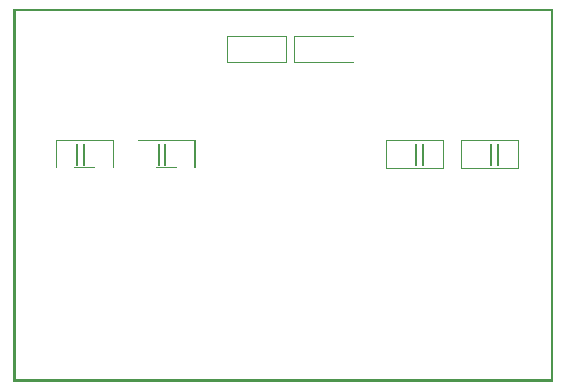
<source format=gbo>
G04 MADE WITH FRITZING*
G04 WWW.FRITZING.ORG*
G04 SINGLE SIDED*
G04 HOLES NOT PLATED*
G04 CONTOUR ON CENTER OF CONTOUR VECTOR*
%ASAXBY*%
%FSLAX23Y23*%
%MOIN*%
%OFA0B0*%
%SFA1.0B1.0*%
%ADD10R,0.007611X0.078250*%
%ADD11R,0.007625X0.078250*%
%ADD12R,0.001000X0.001000*%
%LNSILK0*%
G90*
G70*
G54D10*
X1614Y758D03*
G54D11*
X1592Y758D03*
G54D10*
X1364Y758D03*
G54D11*
X1342Y758D03*
G54D10*
X211Y758D03*
G54D11*
X234Y758D03*
G54D10*
X483Y758D03*
G54D11*
X506Y758D03*
G54D12*
X0Y1243D02*
X1798Y1243D01*
X0Y1242D02*
X1798Y1242D01*
X0Y1241D02*
X1798Y1241D01*
X0Y1240D02*
X1798Y1240D01*
X0Y1239D02*
X1798Y1239D01*
X0Y1238D02*
X1798Y1238D01*
X0Y1237D02*
X1798Y1237D01*
X0Y1236D02*
X1798Y1236D01*
X0Y1235D02*
X7Y1235D01*
X1791Y1235D02*
X1798Y1235D01*
X0Y1234D02*
X7Y1234D01*
X1791Y1234D02*
X1798Y1234D01*
X0Y1233D02*
X7Y1233D01*
X1791Y1233D02*
X1798Y1233D01*
X0Y1232D02*
X7Y1232D01*
X1791Y1232D02*
X1798Y1232D01*
X0Y1231D02*
X7Y1231D01*
X1791Y1231D02*
X1798Y1231D01*
X0Y1230D02*
X7Y1230D01*
X1791Y1230D02*
X1798Y1230D01*
X0Y1229D02*
X7Y1229D01*
X1791Y1229D02*
X1798Y1229D01*
X0Y1228D02*
X7Y1228D01*
X1791Y1228D02*
X1798Y1228D01*
X0Y1227D02*
X7Y1227D01*
X1791Y1227D02*
X1798Y1227D01*
X0Y1226D02*
X7Y1226D01*
X1791Y1226D02*
X1798Y1226D01*
X0Y1225D02*
X7Y1225D01*
X1791Y1225D02*
X1798Y1225D01*
X0Y1224D02*
X7Y1224D01*
X1791Y1224D02*
X1798Y1224D01*
X0Y1223D02*
X7Y1223D01*
X1791Y1223D02*
X1798Y1223D01*
X0Y1222D02*
X7Y1222D01*
X1791Y1222D02*
X1798Y1222D01*
X0Y1221D02*
X7Y1221D01*
X1791Y1221D02*
X1798Y1221D01*
X0Y1220D02*
X7Y1220D01*
X1791Y1220D02*
X1798Y1220D01*
X0Y1219D02*
X7Y1219D01*
X1791Y1219D02*
X1798Y1219D01*
X0Y1218D02*
X7Y1218D01*
X1791Y1218D02*
X1798Y1218D01*
X0Y1217D02*
X7Y1217D01*
X1791Y1217D02*
X1798Y1217D01*
X0Y1216D02*
X7Y1216D01*
X1791Y1216D02*
X1798Y1216D01*
X0Y1215D02*
X7Y1215D01*
X1791Y1215D02*
X1798Y1215D01*
X0Y1214D02*
X7Y1214D01*
X1791Y1214D02*
X1798Y1214D01*
X0Y1213D02*
X7Y1213D01*
X1791Y1213D02*
X1798Y1213D01*
X0Y1212D02*
X7Y1212D01*
X1791Y1212D02*
X1798Y1212D01*
X0Y1211D02*
X7Y1211D01*
X1791Y1211D02*
X1798Y1211D01*
X0Y1210D02*
X7Y1210D01*
X1791Y1210D02*
X1798Y1210D01*
X0Y1209D02*
X7Y1209D01*
X1791Y1209D02*
X1798Y1209D01*
X0Y1208D02*
X7Y1208D01*
X1791Y1208D02*
X1798Y1208D01*
X0Y1207D02*
X7Y1207D01*
X1791Y1207D02*
X1798Y1207D01*
X0Y1206D02*
X7Y1206D01*
X1791Y1206D02*
X1798Y1206D01*
X0Y1205D02*
X7Y1205D01*
X1791Y1205D02*
X1798Y1205D01*
X0Y1204D02*
X7Y1204D01*
X1791Y1204D02*
X1798Y1204D01*
X0Y1203D02*
X7Y1203D01*
X1791Y1203D02*
X1798Y1203D01*
X0Y1202D02*
X7Y1202D01*
X1791Y1202D02*
X1798Y1202D01*
X0Y1201D02*
X7Y1201D01*
X1791Y1201D02*
X1798Y1201D01*
X0Y1200D02*
X7Y1200D01*
X1791Y1200D02*
X1798Y1200D01*
X0Y1199D02*
X7Y1199D01*
X1791Y1199D02*
X1798Y1199D01*
X0Y1198D02*
X7Y1198D01*
X1791Y1198D02*
X1798Y1198D01*
X0Y1197D02*
X7Y1197D01*
X1791Y1197D02*
X1798Y1197D01*
X0Y1196D02*
X7Y1196D01*
X1791Y1196D02*
X1798Y1196D01*
X0Y1195D02*
X7Y1195D01*
X1791Y1195D02*
X1798Y1195D01*
X0Y1194D02*
X7Y1194D01*
X1791Y1194D02*
X1798Y1194D01*
X0Y1193D02*
X7Y1193D01*
X1791Y1193D02*
X1798Y1193D01*
X0Y1192D02*
X7Y1192D01*
X1791Y1192D02*
X1798Y1192D01*
X0Y1191D02*
X7Y1191D01*
X1791Y1191D02*
X1798Y1191D01*
X0Y1190D02*
X7Y1190D01*
X1791Y1190D02*
X1798Y1190D01*
X0Y1189D02*
X7Y1189D01*
X1791Y1189D02*
X1798Y1189D01*
X0Y1188D02*
X7Y1188D01*
X1791Y1188D02*
X1798Y1188D01*
X0Y1187D02*
X7Y1187D01*
X1791Y1187D02*
X1798Y1187D01*
X0Y1186D02*
X7Y1186D01*
X1791Y1186D02*
X1798Y1186D01*
X0Y1185D02*
X7Y1185D01*
X1791Y1185D02*
X1798Y1185D01*
X0Y1184D02*
X7Y1184D01*
X1791Y1184D02*
X1798Y1184D01*
X0Y1183D02*
X7Y1183D01*
X1791Y1183D02*
X1798Y1183D01*
X0Y1182D02*
X7Y1182D01*
X1791Y1182D02*
X1798Y1182D01*
X0Y1181D02*
X7Y1181D01*
X1791Y1181D02*
X1798Y1181D01*
X0Y1180D02*
X7Y1180D01*
X1791Y1180D02*
X1798Y1180D01*
X0Y1179D02*
X7Y1179D01*
X1791Y1179D02*
X1798Y1179D01*
X0Y1178D02*
X7Y1178D01*
X1791Y1178D02*
X1798Y1178D01*
X0Y1177D02*
X7Y1177D01*
X1791Y1177D02*
X1798Y1177D01*
X0Y1176D02*
X7Y1176D01*
X1791Y1176D02*
X1798Y1176D01*
X0Y1175D02*
X7Y1175D01*
X1791Y1175D02*
X1798Y1175D01*
X0Y1174D02*
X7Y1174D01*
X1791Y1174D02*
X1798Y1174D01*
X0Y1173D02*
X7Y1173D01*
X1791Y1173D02*
X1798Y1173D01*
X0Y1172D02*
X7Y1172D01*
X1791Y1172D02*
X1798Y1172D01*
X0Y1171D02*
X7Y1171D01*
X1791Y1171D02*
X1798Y1171D01*
X0Y1170D02*
X7Y1170D01*
X1791Y1170D02*
X1798Y1170D01*
X0Y1169D02*
X7Y1169D01*
X1791Y1169D02*
X1798Y1169D01*
X0Y1168D02*
X7Y1168D01*
X1791Y1168D02*
X1798Y1168D01*
X0Y1167D02*
X7Y1167D01*
X1791Y1167D02*
X1798Y1167D01*
X0Y1166D02*
X7Y1166D01*
X1791Y1166D02*
X1798Y1166D01*
X0Y1165D02*
X7Y1165D01*
X1791Y1165D02*
X1798Y1165D01*
X0Y1164D02*
X7Y1164D01*
X1791Y1164D02*
X1798Y1164D01*
X0Y1163D02*
X7Y1163D01*
X1791Y1163D02*
X1798Y1163D01*
X0Y1162D02*
X7Y1162D01*
X1791Y1162D02*
X1798Y1162D01*
X0Y1161D02*
X7Y1161D01*
X1791Y1161D02*
X1798Y1161D01*
X0Y1160D02*
X7Y1160D01*
X1791Y1160D02*
X1798Y1160D01*
X0Y1159D02*
X7Y1159D01*
X1791Y1159D02*
X1798Y1159D01*
X0Y1158D02*
X7Y1158D01*
X1791Y1158D02*
X1798Y1158D01*
X0Y1157D02*
X7Y1157D01*
X1791Y1157D02*
X1798Y1157D01*
X0Y1156D02*
X7Y1156D01*
X1791Y1156D02*
X1798Y1156D01*
X0Y1155D02*
X7Y1155D01*
X1791Y1155D02*
X1798Y1155D01*
X0Y1154D02*
X7Y1154D01*
X713Y1154D02*
X912Y1154D01*
X936Y1154D02*
X1135Y1154D01*
X1791Y1154D02*
X1798Y1154D01*
X0Y1153D02*
X7Y1153D01*
X712Y1153D02*
X912Y1153D01*
X936Y1153D02*
X1135Y1153D01*
X1791Y1153D02*
X1798Y1153D01*
X0Y1152D02*
X7Y1152D01*
X712Y1152D02*
X912Y1152D01*
X936Y1152D02*
X1135Y1152D01*
X1791Y1152D02*
X1798Y1152D01*
X0Y1151D02*
X7Y1151D01*
X712Y1151D02*
X714Y1151D01*
X788Y1151D02*
X836Y1151D01*
X910Y1151D02*
X912Y1151D01*
X936Y1151D02*
X938Y1151D01*
X1011Y1151D02*
X1060Y1151D01*
X1133Y1151D02*
X1135Y1151D01*
X1791Y1151D02*
X1798Y1151D01*
X0Y1150D02*
X7Y1150D01*
X712Y1150D02*
X714Y1150D01*
X910Y1150D02*
X912Y1150D01*
X936Y1150D02*
X938Y1150D01*
X1134Y1150D02*
X1135Y1150D01*
X1791Y1150D02*
X1798Y1150D01*
X0Y1149D02*
X7Y1149D01*
X712Y1149D02*
X714Y1149D01*
X910Y1149D02*
X912Y1149D01*
X936Y1149D02*
X938Y1149D01*
X1134Y1149D02*
X1135Y1149D01*
X1791Y1149D02*
X1798Y1149D01*
X0Y1148D02*
X7Y1148D01*
X712Y1148D02*
X714Y1148D01*
X910Y1148D02*
X912Y1148D01*
X936Y1148D02*
X938Y1148D01*
X1134Y1148D02*
X1135Y1148D01*
X1791Y1148D02*
X1798Y1148D01*
X0Y1147D02*
X7Y1147D01*
X712Y1147D02*
X714Y1147D01*
X910Y1147D02*
X912Y1147D01*
X936Y1147D02*
X938Y1147D01*
X1134Y1147D02*
X1135Y1147D01*
X1791Y1147D02*
X1798Y1147D01*
X0Y1146D02*
X7Y1146D01*
X712Y1146D02*
X714Y1146D01*
X910Y1146D02*
X912Y1146D01*
X936Y1146D02*
X938Y1146D01*
X1134Y1146D02*
X1135Y1146D01*
X1791Y1146D02*
X1798Y1146D01*
X0Y1145D02*
X7Y1145D01*
X712Y1145D02*
X714Y1145D01*
X910Y1145D02*
X912Y1145D01*
X936Y1145D02*
X938Y1145D01*
X1134Y1145D02*
X1135Y1145D01*
X1791Y1145D02*
X1798Y1145D01*
X0Y1144D02*
X7Y1144D01*
X712Y1144D02*
X714Y1144D01*
X910Y1144D02*
X912Y1144D01*
X936Y1144D02*
X938Y1144D01*
X1134Y1144D02*
X1135Y1144D01*
X1791Y1144D02*
X1798Y1144D01*
X0Y1143D02*
X7Y1143D01*
X712Y1143D02*
X714Y1143D01*
X910Y1143D02*
X912Y1143D01*
X936Y1143D02*
X938Y1143D01*
X1134Y1143D02*
X1135Y1143D01*
X1791Y1143D02*
X1798Y1143D01*
X0Y1142D02*
X7Y1142D01*
X712Y1142D02*
X714Y1142D01*
X910Y1142D02*
X912Y1142D01*
X936Y1142D02*
X938Y1142D01*
X1134Y1142D02*
X1135Y1142D01*
X1791Y1142D02*
X1798Y1142D01*
X0Y1141D02*
X7Y1141D01*
X712Y1141D02*
X714Y1141D01*
X910Y1141D02*
X912Y1141D01*
X936Y1141D02*
X938Y1141D01*
X1134Y1141D02*
X1135Y1141D01*
X1791Y1141D02*
X1798Y1141D01*
X0Y1140D02*
X7Y1140D01*
X712Y1140D02*
X714Y1140D01*
X910Y1140D02*
X912Y1140D01*
X936Y1140D02*
X938Y1140D01*
X1134Y1140D02*
X1135Y1140D01*
X1791Y1140D02*
X1798Y1140D01*
X0Y1139D02*
X7Y1139D01*
X712Y1139D02*
X714Y1139D01*
X910Y1139D02*
X912Y1139D01*
X936Y1139D02*
X938Y1139D01*
X1134Y1139D02*
X1135Y1139D01*
X1791Y1139D02*
X1798Y1139D01*
X0Y1138D02*
X7Y1138D01*
X712Y1138D02*
X714Y1138D01*
X910Y1138D02*
X912Y1138D01*
X936Y1138D02*
X938Y1138D01*
X1134Y1138D02*
X1135Y1138D01*
X1791Y1138D02*
X1798Y1138D01*
X0Y1137D02*
X7Y1137D01*
X712Y1137D02*
X714Y1137D01*
X910Y1137D02*
X912Y1137D01*
X936Y1137D02*
X938Y1137D01*
X1134Y1137D02*
X1135Y1137D01*
X1791Y1137D02*
X1798Y1137D01*
X0Y1136D02*
X7Y1136D01*
X712Y1136D02*
X714Y1136D01*
X910Y1136D02*
X912Y1136D01*
X936Y1136D02*
X938Y1136D01*
X1134Y1136D02*
X1135Y1136D01*
X1791Y1136D02*
X1798Y1136D01*
X0Y1135D02*
X7Y1135D01*
X712Y1135D02*
X714Y1135D01*
X910Y1135D02*
X912Y1135D01*
X936Y1135D02*
X938Y1135D01*
X1134Y1135D02*
X1135Y1135D01*
X1791Y1135D02*
X1798Y1135D01*
X0Y1134D02*
X7Y1134D01*
X712Y1134D02*
X714Y1134D01*
X910Y1134D02*
X912Y1134D01*
X936Y1134D02*
X938Y1134D01*
X1134Y1134D02*
X1135Y1134D01*
X1791Y1134D02*
X1798Y1134D01*
X0Y1133D02*
X7Y1133D01*
X712Y1133D02*
X714Y1133D01*
X910Y1133D02*
X912Y1133D01*
X936Y1133D02*
X938Y1133D01*
X1134Y1133D02*
X1135Y1133D01*
X1791Y1133D02*
X1798Y1133D01*
X0Y1132D02*
X7Y1132D01*
X712Y1132D02*
X714Y1132D01*
X910Y1132D02*
X912Y1132D01*
X936Y1132D02*
X938Y1132D01*
X1134Y1132D02*
X1135Y1132D01*
X1791Y1132D02*
X1798Y1132D01*
X0Y1131D02*
X7Y1131D01*
X712Y1131D02*
X714Y1131D01*
X910Y1131D02*
X912Y1131D01*
X936Y1131D02*
X938Y1131D01*
X1134Y1131D02*
X1135Y1131D01*
X1791Y1131D02*
X1798Y1131D01*
X0Y1130D02*
X7Y1130D01*
X712Y1130D02*
X714Y1130D01*
X910Y1130D02*
X912Y1130D01*
X936Y1130D02*
X938Y1130D01*
X1134Y1130D02*
X1135Y1130D01*
X1791Y1130D02*
X1798Y1130D01*
X0Y1129D02*
X7Y1129D01*
X712Y1129D02*
X714Y1129D01*
X910Y1129D02*
X912Y1129D01*
X936Y1129D02*
X938Y1129D01*
X1134Y1129D02*
X1135Y1129D01*
X1791Y1129D02*
X1798Y1129D01*
X0Y1128D02*
X7Y1128D01*
X712Y1128D02*
X714Y1128D01*
X910Y1128D02*
X912Y1128D01*
X936Y1128D02*
X938Y1128D01*
X1134Y1128D02*
X1135Y1128D01*
X1791Y1128D02*
X1798Y1128D01*
X0Y1127D02*
X7Y1127D01*
X712Y1127D02*
X714Y1127D01*
X910Y1127D02*
X912Y1127D01*
X936Y1127D02*
X938Y1127D01*
X1134Y1127D02*
X1135Y1127D01*
X1791Y1127D02*
X1798Y1127D01*
X0Y1126D02*
X7Y1126D01*
X712Y1126D02*
X714Y1126D01*
X910Y1126D02*
X912Y1126D01*
X936Y1126D02*
X938Y1126D01*
X1134Y1126D02*
X1135Y1126D01*
X1791Y1126D02*
X1798Y1126D01*
X0Y1125D02*
X7Y1125D01*
X712Y1125D02*
X714Y1125D01*
X910Y1125D02*
X912Y1125D01*
X936Y1125D02*
X938Y1125D01*
X1134Y1125D02*
X1135Y1125D01*
X1791Y1125D02*
X1798Y1125D01*
X0Y1124D02*
X7Y1124D01*
X712Y1124D02*
X714Y1124D01*
X910Y1124D02*
X912Y1124D01*
X936Y1124D02*
X938Y1124D01*
X1134Y1124D02*
X1135Y1124D01*
X1791Y1124D02*
X1798Y1124D01*
X0Y1123D02*
X7Y1123D01*
X712Y1123D02*
X714Y1123D01*
X910Y1123D02*
X912Y1123D01*
X936Y1123D02*
X938Y1123D01*
X1134Y1123D02*
X1135Y1123D01*
X1791Y1123D02*
X1798Y1123D01*
X0Y1122D02*
X7Y1122D01*
X712Y1122D02*
X714Y1122D01*
X910Y1122D02*
X912Y1122D01*
X936Y1122D02*
X938Y1122D01*
X1134Y1122D02*
X1135Y1122D01*
X1791Y1122D02*
X1798Y1122D01*
X0Y1121D02*
X7Y1121D01*
X712Y1121D02*
X714Y1121D01*
X910Y1121D02*
X912Y1121D01*
X936Y1121D02*
X938Y1121D01*
X1134Y1121D02*
X1135Y1121D01*
X1791Y1121D02*
X1798Y1121D01*
X0Y1120D02*
X7Y1120D01*
X712Y1120D02*
X714Y1120D01*
X910Y1120D02*
X912Y1120D01*
X936Y1120D02*
X938Y1120D01*
X1134Y1120D02*
X1135Y1120D01*
X1791Y1120D02*
X1798Y1120D01*
X0Y1119D02*
X7Y1119D01*
X712Y1119D02*
X714Y1119D01*
X910Y1119D02*
X912Y1119D01*
X936Y1119D02*
X938Y1119D01*
X1134Y1119D02*
X1135Y1119D01*
X1791Y1119D02*
X1798Y1119D01*
X0Y1118D02*
X7Y1118D01*
X712Y1118D02*
X714Y1118D01*
X910Y1118D02*
X912Y1118D01*
X936Y1118D02*
X938Y1118D01*
X1134Y1118D02*
X1135Y1118D01*
X1791Y1118D02*
X1798Y1118D01*
X0Y1117D02*
X7Y1117D01*
X712Y1117D02*
X714Y1117D01*
X910Y1117D02*
X912Y1117D01*
X936Y1117D02*
X938Y1117D01*
X1134Y1117D02*
X1135Y1117D01*
X1791Y1117D02*
X1798Y1117D01*
X0Y1116D02*
X7Y1116D01*
X712Y1116D02*
X714Y1116D01*
X910Y1116D02*
X912Y1116D01*
X936Y1116D02*
X938Y1116D01*
X1134Y1116D02*
X1135Y1116D01*
X1791Y1116D02*
X1798Y1116D01*
X0Y1115D02*
X7Y1115D01*
X712Y1115D02*
X714Y1115D01*
X910Y1115D02*
X912Y1115D01*
X936Y1115D02*
X938Y1115D01*
X1134Y1115D02*
X1135Y1115D01*
X1791Y1115D02*
X1798Y1115D01*
X0Y1114D02*
X7Y1114D01*
X712Y1114D02*
X714Y1114D01*
X910Y1114D02*
X912Y1114D01*
X936Y1114D02*
X938Y1114D01*
X1134Y1114D02*
X1135Y1114D01*
X1791Y1114D02*
X1798Y1114D01*
X0Y1113D02*
X7Y1113D01*
X712Y1113D02*
X714Y1113D01*
X910Y1113D02*
X912Y1113D01*
X936Y1113D02*
X938Y1113D01*
X1134Y1113D02*
X1135Y1113D01*
X1791Y1113D02*
X1798Y1113D01*
X0Y1112D02*
X7Y1112D01*
X712Y1112D02*
X714Y1112D01*
X910Y1112D02*
X912Y1112D01*
X936Y1112D02*
X938Y1112D01*
X1134Y1112D02*
X1135Y1112D01*
X1791Y1112D02*
X1798Y1112D01*
X0Y1111D02*
X7Y1111D01*
X712Y1111D02*
X714Y1111D01*
X910Y1111D02*
X912Y1111D01*
X936Y1111D02*
X938Y1111D01*
X1134Y1111D02*
X1135Y1111D01*
X1791Y1111D02*
X1798Y1111D01*
X0Y1110D02*
X7Y1110D01*
X712Y1110D02*
X714Y1110D01*
X910Y1110D02*
X912Y1110D01*
X936Y1110D02*
X938Y1110D01*
X1134Y1110D02*
X1135Y1110D01*
X1791Y1110D02*
X1798Y1110D01*
X0Y1109D02*
X7Y1109D01*
X712Y1109D02*
X714Y1109D01*
X910Y1109D02*
X912Y1109D01*
X936Y1109D02*
X938Y1109D01*
X1134Y1109D02*
X1135Y1109D01*
X1791Y1109D02*
X1798Y1109D01*
X0Y1108D02*
X7Y1108D01*
X712Y1108D02*
X714Y1108D01*
X910Y1108D02*
X912Y1108D01*
X936Y1108D02*
X938Y1108D01*
X1134Y1108D02*
X1135Y1108D01*
X1791Y1108D02*
X1798Y1108D01*
X0Y1107D02*
X7Y1107D01*
X712Y1107D02*
X714Y1107D01*
X910Y1107D02*
X912Y1107D01*
X936Y1107D02*
X938Y1107D01*
X1134Y1107D02*
X1135Y1107D01*
X1791Y1107D02*
X1798Y1107D01*
X0Y1106D02*
X7Y1106D01*
X712Y1106D02*
X714Y1106D01*
X910Y1106D02*
X912Y1106D01*
X936Y1106D02*
X938Y1106D01*
X1134Y1106D02*
X1135Y1106D01*
X1791Y1106D02*
X1798Y1106D01*
X0Y1105D02*
X7Y1105D01*
X712Y1105D02*
X714Y1105D01*
X910Y1105D02*
X912Y1105D01*
X936Y1105D02*
X938Y1105D01*
X1134Y1105D02*
X1135Y1105D01*
X1791Y1105D02*
X1798Y1105D01*
X0Y1104D02*
X7Y1104D01*
X712Y1104D02*
X714Y1104D01*
X910Y1104D02*
X912Y1104D01*
X936Y1104D02*
X938Y1104D01*
X1134Y1104D02*
X1135Y1104D01*
X1791Y1104D02*
X1798Y1104D01*
X0Y1103D02*
X7Y1103D01*
X712Y1103D02*
X714Y1103D01*
X910Y1103D02*
X912Y1103D01*
X936Y1103D02*
X938Y1103D01*
X1134Y1103D02*
X1135Y1103D01*
X1791Y1103D02*
X1798Y1103D01*
X0Y1102D02*
X7Y1102D01*
X712Y1102D02*
X714Y1102D01*
X910Y1102D02*
X912Y1102D01*
X936Y1102D02*
X938Y1102D01*
X1134Y1102D02*
X1135Y1102D01*
X1791Y1102D02*
X1798Y1102D01*
X0Y1101D02*
X7Y1101D01*
X712Y1101D02*
X714Y1101D01*
X910Y1101D02*
X912Y1101D01*
X936Y1101D02*
X938Y1101D01*
X1134Y1101D02*
X1135Y1101D01*
X1791Y1101D02*
X1798Y1101D01*
X0Y1100D02*
X7Y1100D01*
X712Y1100D02*
X714Y1100D01*
X910Y1100D02*
X912Y1100D01*
X936Y1100D02*
X938Y1100D01*
X1134Y1100D02*
X1135Y1100D01*
X1791Y1100D02*
X1798Y1100D01*
X0Y1099D02*
X7Y1099D01*
X712Y1099D02*
X714Y1099D01*
X910Y1099D02*
X912Y1099D01*
X936Y1099D02*
X938Y1099D01*
X1134Y1099D02*
X1135Y1099D01*
X1791Y1099D02*
X1798Y1099D01*
X0Y1098D02*
X7Y1098D01*
X712Y1098D02*
X714Y1098D01*
X910Y1098D02*
X912Y1098D01*
X936Y1098D02*
X938Y1098D01*
X1134Y1098D02*
X1135Y1098D01*
X1791Y1098D02*
X1798Y1098D01*
X0Y1097D02*
X7Y1097D01*
X712Y1097D02*
X714Y1097D01*
X910Y1097D02*
X912Y1097D01*
X936Y1097D02*
X938Y1097D01*
X1134Y1097D02*
X1135Y1097D01*
X1791Y1097D02*
X1798Y1097D01*
X0Y1096D02*
X7Y1096D01*
X712Y1096D02*
X714Y1096D01*
X910Y1096D02*
X912Y1096D01*
X936Y1096D02*
X938Y1096D01*
X1134Y1096D02*
X1135Y1096D01*
X1791Y1096D02*
X1798Y1096D01*
X0Y1095D02*
X7Y1095D01*
X712Y1095D02*
X714Y1095D01*
X910Y1095D02*
X912Y1095D01*
X936Y1095D02*
X938Y1095D01*
X1134Y1095D02*
X1135Y1095D01*
X1791Y1095D02*
X1798Y1095D01*
X0Y1094D02*
X7Y1094D01*
X712Y1094D02*
X714Y1094D01*
X910Y1094D02*
X912Y1094D01*
X936Y1094D02*
X938Y1094D01*
X1134Y1094D02*
X1135Y1094D01*
X1791Y1094D02*
X1798Y1094D01*
X0Y1093D02*
X7Y1093D01*
X712Y1093D02*
X714Y1093D01*
X910Y1093D02*
X912Y1093D01*
X936Y1093D02*
X938Y1093D01*
X1134Y1093D02*
X1135Y1093D01*
X1791Y1093D02*
X1798Y1093D01*
X0Y1092D02*
X7Y1092D01*
X712Y1092D02*
X714Y1092D01*
X910Y1092D02*
X912Y1092D01*
X936Y1092D02*
X938Y1092D01*
X1134Y1092D02*
X1135Y1092D01*
X1791Y1092D02*
X1798Y1092D01*
X0Y1091D02*
X7Y1091D01*
X712Y1091D02*
X714Y1091D01*
X910Y1091D02*
X912Y1091D01*
X936Y1091D02*
X938Y1091D01*
X1134Y1091D02*
X1135Y1091D01*
X1791Y1091D02*
X1798Y1091D01*
X0Y1090D02*
X7Y1090D01*
X712Y1090D02*
X714Y1090D01*
X910Y1090D02*
X912Y1090D01*
X936Y1090D02*
X938Y1090D01*
X1134Y1090D02*
X1135Y1090D01*
X1791Y1090D02*
X1798Y1090D01*
X0Y1089D02*
X7Y1089D01*
X712Y1089D02*
X714Y1089D01*
X910Y1089D02*
X912Y1089D01*
X936Y1089D02*
X938Y1089D01*
X1134Y1089D02*
X1135Y1089D01*
X1791Y1089D02*
X1798Y1089D01*
X0Y1088D02*
X7Y1088D01*
X712Y1088D02*
X714Y1088D01*
X910Y1088D02*
X912Y1088D01*
X936Y1088D02*
X938Y1088D01*
X1134Y1088D02*
X1135Y1088D01*
X1791Y1088D02*
X1798Y1088D01*
X0Y1087D02*
X7Y1087D01*
X712Y1087D02*
X714Y1087D01*
X910Y1087D02*
X912Y1087D01*
X936Y1087D02*
X938Y1087D01*
X1134Y1087D02*
X1135Y1087D01*
X1791Y1087D02*
X1798Y1087D01*
X0Y1086D02*
X7Y1086D01*
X712Y1086D02*
X714Y1086D01*
X910Y1086D02*
X912Y1086D01*
X936Y1086D02*
X938Y1086D01*
X1134Y1086D02*
X1135Y1086D01*
X1791Y1086D02*
X1798Y1086D01*
X0Y1085D02*
X7Y1085D01*
X712Y1085D02*
X714Y1085D01*
X910Y1085D02*
X912Y1085D01*
X936Y1085D02*
X938Y1085D01*
X1134Y1085D02*
X1135Y1085D01*
X1791Y1085D02*
X1798Y1085D01*
X0Y1084D02*
X7Y1084D01*
X712Y1084D02*
X714Y1084D01*
X910Y1084D02*
X912Y1084D01*
X936Y1084D02*
X938Y1084D01*
X1134Y1084D02*
X1135Y1084D01*
X1791Y1084D02*
X1798Y1084D01*
X0Y1083D02*
X7Y1083D01*
X712Y1083D02*
X714Y1083D01*
X910Y1083D02*
X912Y1083D01*
X936Y1083D02*
X938Y1083D01*
X1134Y1083D02*
X1135Y1083D01*
X1791Y1083D02*
X1798Y1083D01*
X0Y1082D02*
X7Y1082D01*
X712Y1082D02*
X714Y1082D01*
X910Y1082D02*
X912Y1082D01*
X936Y1082D02*
X938Y1082D01*
X1134Y1082D02*
X1135Y1082D01*
X1791Y1082D02*
X1798Y1082D01*
X0Y1081D02*
X7Y1081D01*
X712Y1081D02*
X714Y1081D01*
X910Y1081D02*
X912Y1081D01*
X936Y1081D02*
X938Y1081D01*
X1134Y1081D02*
X1135Y1081D01*
X1791Y1081D02*
X1798Y1081D01*
X0Y1080D02*
X7Y1080D01*
X712Y1080D02*
X714Y1080D01*
X910Y1080D02*
X912Y1080D01*
X936Y1080D02*
X938Y1080D01*
X1134Y1080D02*
X1135Y1080D01*
X1791Y1080D02*
X1798Y1080D01*
X0Y1079D02*
X7Y1079D01*
X712Y1079D02*
X714Y1079D01*
X910Y1079D02*
X912Y1079D01*
X936Y1079D02*
X938Y1079D01*
X1134Y1079D02*
X1135Y1079D01*
X1791Y1079D02*
X1798Y1079D01*
X0Y1078D02*
X7Y1078D01*
X712Y1078D02*
X714Y1078D01*
X910Y1078D02*
X912Y1078D01*
X936Y1078D02*
X938Y1078D01*
X1134Y1078D02*
X1135Y1078D01*
X1791Y1078D02*
X1798Y1078D01*
X0Y1077D02*
X7Y1077D01*
X712Y1077D02*
X714Y1077D01*
X910Y1077D02*
X912Y1077D01*
X936Y1077D02*
X938Y1077D01*
X1134Y1077D02*
X1135Y1077D01*
X1791Y1077D02*
X1798Y1077D01*
X0Y1076D02*
X7Y1076D01*
X712Y1076D02*
X714Y1076D01*
X910Y1076D02*
X912Y1076D01*
X936Y1076D02*
X938Y1076D01*
X1134Y1076D02*
X1135Y1076D01*
X1791Y1076D02*
X1798Y1076D01*
X0Y1075D02*
X7Y1075D01*
X712Y1075D02*
X714Y1075D01*
X910Y1075D02*
X912Y1075D01*
X936Y1075D02*
X938Y1075D01*
X1134Y1075D02*
X1135Y1075D01*
X1791Y1075D02*
X1798Y1075D01*
X0Y1074D02*
X7Y1074D01*
X712Y1074D02*
X714Y1074D01*
X910Y1074D02*
X912Y1074D01*
X936Y1074D02*
X938Y1074D01*
X1134Y1074D02*
X1135Y1074D01*
X1791Y1074D02*
X1798Y1074D01*
X0Y1073D02*
X7Y1073D01*
X712Y1073D02*
X714Y1073D01*
X910Y1073D02*
X912Y1073D01*
X936Y1073D02*
X938Y1073D01*
X1134Y1073D02*
X1135Y1073D01*
X1791Y1073D02*
X1798Y1073D01*
X0Y1072D02*
X7Y1072D01*
X712Y1072D02*
X714Y1072D01*
X910Y1072D02*
X912Y1072D01*
X936Y1072D02*
X938Y1072D01*
X1134Y1072D02*
X1135Y1072D01*
X1791Y1072D02*
X1798Y1072D01*
X0Y1071D02*
X7Y1071D01*
X712Y1071D02*
X714Y1071D01*
X910Y1071D02*
X912Y1071D01*
X936Y1071D02*
X938Y1071D01*
X1134Y1071D02*
X1135Y1071D01*
X1791Y1071D02*
X1798Y1071D01*
X0Y1070D02*
X7Y1070D01*
X712Y1070D02*
X714Y1070D01*
X910Y1070D02*
X912Y1070D01*
X936Y1070D02*
X938Y1070D01*
X1134Y1070D02*
X1135Y1070D01*
X1791Y1070D02*
X1798Y1070D01*
X0Y1069D02*
X7Y1069D01*
X712Y1069D02*
X714Y1069D01*
X910Y1069D02*
X912Y1069D01*
X936Y1069D02*
X938Y1069D01*
X1134Y1069D02*
X1135Y1069D01*
X1791Y1069D02*
X1798Y1069D01*
X0Y1068D02*
X7Y1068D01*
X712Y1068D02*
X714Y1068D01*
X910Y1068D02*
X912Y1068D01*
X936Y1068D02*
X938Y1068D01*
X1134Y1068D02*
X1135Y1068D01*
X1791Y1068D02*
X1798Y1068D01*
X0Y1067D02*
X7Y1067D01*
X712Y1067D02*
X714Y1067D01*
X788Y1067D02*
X836Y1067D01*
X910Y1067D02*
X912Y1067D01*
X936Y1067D02*
X938Y1067D01*
X1011Y1067D02*
X1060Y1067D01*
X1134Y1067D02*
X1135Y1067D01*
X1791Y1067D02*
X1798Y1067D01*
X0Y1066D02*
X7Y1066D01*
X712Y1066D02*
X912Y1066D01*
X936Y1066D02*
X1135Y1066D01*
X1791Y1066D02*
X1798Y1066D01*
X0Y1065D02*
X7Y1065D01*
X712Y1065D02*
X912Y1065D01*
X936Y1065D02*
X1135Y1065D01*
X1791Y1065D02*
X1798Y1065D01*
X0Y1064D02*
X7Y1064D01*
X713Y1064D02*
X912Y1064D01*
X936Y1064D02*
X1135Y1064D01*
X1791Y1064D02*
X1798Y1064D01*
X0Y1063D02*
X7Y1063D01*
X1791Y1063D02*
X1798Y1063D01*
X0Y1062D02*
X7Y1062D01*
X1791Y1062D02*
X1798Y1062D01*
X0Y1061D02*
X7Y1061D01*
X1791Y1061D02*
X1798Y1061D01*
X0Y1060D02*
X7Y1060D01*
X1791Y1060D02*
X1798Y1060D01*
X0Y1059D02*
X7Y1059D01*
X1791Y1059D02*
X1798Y1059D01*
X0Y1058D02*
X7Y1058D01*
X1791Y1058D02*
X1798Y1058D01*
X0Y1057D02*
X7Y1057D01*
X1791Y1057D02*
X1798Y1057D01*
X0Y1056D02*
X7Y1056D01*
X1791Y1056D02*
X1798Y1056D01*
X0Y1055D02*
X7Y1055D01*
X1791Y1055D02*
X1798Y1055D01*
X0Y1054D02*
X7Y1054D01*
X1791Y1054D02*
X1798Y1054D01*
X0Y1053D02*
X7Y1053D01*
X1791Y1053D02*
X1798Y1053D01*
X0Y1052D02*
X7Y1052D01*
X1791Y1052D02*
X1798Y1052D01*
X0Y1051D02*
X7Y1051D01*
X1791Y1051D02*
X1798Y1051D01*
X0Y1050D02*
X7Y1050D01*
X1791Y1050D02*
X1798Y1050D01*
X0Y1049D02*
X7Y1049D01*
X1791Y1049D02*
X1798Y1049D01*
X0Y1048D02*
X7Y1048D01*
X1791Y1048D02*
X1798Y1048D01*
X0Y1047D02*
X7Y1047D01*
X1791Y1047D02*
X1798Y1047D01*
X0Y1046D02*
X7Y1046D01*
X1791Y1046D02*
X1798Y1046D01*
X0Y1045D02*
X7Y1045D01*
X1791Y1045D02*
X1798Y1045D01*
X0Y1044D02*
X7Y1044D01*
X1791Y1044D02*
X1798Y1044D01*
X0Y1043D02*
X7Y1043D01*
X1791Y1043D02*
X1798Y1043D01*
X0Y1042D02*
X7Y1042D01*
X1791Y1042D02*
X1798Y1042D01*
X0Y1041D02*
X7Y1041D01*
X1791Y1041D02*
X1798Y1041D01*
X0Y1040D02*
X7Y1040D01*
X1791Y1040D02*
X1798Y1040D01*
X0Y1039D02*
X7Y1039D01*
X1791Y1039D02*
X1798Y1039D01*
X0Y1038D02*
X7Y1038D01*
X1791Y1038D02*
X1798Y1038D01*
X0Y1037D02*
X7Y1037D01*
X1791Y1037D02*
X1798Y1037D01*
X0Y1036D02*
X7Y1036D01*
X1791Y1036D02*
X1798Y1036D01*
X0Y1035D02*
X7Y1035D01*
X1791Y1035D02*
X1798Y1035D01*
X0Y1034D02*
X7Y1034D01*
X1791Y1034D02*
X1798Y1034D01*
X0Y1033D02*
X7Y1033D01*
X1791Y1033D02*
X1798Y1033D01*
X0Y1032D02*
X7Y1032D01*
X1791Y1032D02*
X1798Y1032D01*
X0Y1031D02*
X7Y1031D01*
X1791Y1031D02*
X1798Y1031D01*
X0Y1030D02*
X7Y1030D01*
X1791Y1030D02*
X1798Y1030D01*
X0Y1029D02*
X7Y1029D01*
X1791Y1029D02*
X1798Y1029D01*
X0Y1028D02*
X7Y1028D01*
X1791Y1028D02*
X1798Y1028D01*
X0Y1027D02*
X7Y1027D01*
X1791Y1027D02*
X1798Y1027D01*
X0Y1026D02*
X7Y1026D01*
X1791Y1026D02*
X1798Y1026D01*
X0Y1025D02*
X7Y1025D01*
X1791Y1025D02*
X1798Y1025D01*
X0Y1024D02*
X7Y1024D01*
X1791Y1024D02*
X1798Y1024D01*
X0Y1023D02*
X7Y1023D01*
X1791Y1023D02*
X1798Y1023D01*
X0Y1022D02*
X7Y1022D01*
X1791Y1022D02*
X1798Y1022D01*
X0Y1021D02*
X7Y1021D01*
X1791Y1021D02*
X1798Y1021D01*
X0Y1020D02*
X7Y1020D01*
X1791Y1020D02*
X1798Y1020D01*
X0Y1019D02*
X7Y1019D01*
X1791Y1019D02*
X1798Y1019D01*
X0Y1018D02*
X7Y1018D01*
X1791Y1018D02*
X1798Y1018D01*
X0Y1017D02*
X7Y1017D01*
X1791Y1017D02*
X1798Y1017D01*
X0Y1016D02*
X7Y1016D01*
X1791Y1016D02*
X1798Y1016D01*
X0Y1015D02*
X7Y1015D01*
X1791Y1015D02*
X1798Y1015D01*
X0Y1014D02*
X7Y1014D01*
X1791Y1014D02*
X1798Y1014D01*
X0Y1013D02*
X7Y1013D01*
X1791Y1013D02*
X1798Y1013D01*
X0Y1012D02*
X7Y1012D01*
X1791Y1012D02*
X1798Y1012D01*
X0Y1011D02*
X7Y1011D01*
X1791Y1011D02*
X1798Y1011D01*
X0Y1010D02*
X7Y1010D01*
X1791Y1010D02*
X1798Y1010D01*
X0Y1009D02*
X7Y1009D01*
X1791Y1009D02*
X1798Y1009D01*
X0Y1008D02*
X7Y1008D01*
X1791Y1008D02*
X1798Y1008D01*
X0Y1007D02*
X7Y1007D01*
X1791Y1007D02*
X1798Y1007D01*
X0Y1006D02*
X7Y1006D01*
X1791Y1006D02*
X1798Y1006D01*
X0Y1005D02*
X7Y1005D01*
X1791Y1005D02*
X1798Y1005D01*
X0Y1004D02*
X7Y1004D01*
X1791Y1004D02*
X1798Y1004D01*
X0Y1003D02*
X7Y1003D01*
X1791Y1003D02*
X1798Y1003D01*
X0Y1002D02*
X7Y1002D01*
X1791Y1002D02*
X1798Y1002D01*
X0Y1001D02*
X7Y1001D01*
X1791Y1001D02*
X1798Y1001D01*
X0Y1000D02*
X7Y1000D01*
X1791Y1000D02*
X1798Y1000D01*
X0Y999D02*
X7Y999D01*
X1791Y999D02*
X1798Y999D01*
X0Y998D02*
X7Y998D01*
X1791Y998D02*
X1798Y998D01*
X0Y997D02*
X7Y997D01*
X1791Y997D02*
X1798Y997D01*
X0Y996D02*
X7Y996D01*
X1791Y996D02*
X1798Y996D01*
X0Y995D02*
X7Y995D01*
X1791Y995D02*
X1798Y995D01*
X0Y994D02*
X7Y994D01*
X1791Y994D02*
X1798Y994D01*
X0Y993D02*
X7Y993D01*
X1791Y993D02*
X1798Y993D01*
X0Y992D02*
X7Y992D01*
X1791Y992D02*
X1798Y992D01*
X0Y991D02*
X7Y991D01*
X1791Y991D02*
X1798Y991D01*
X0Y990D02*
X7Y990D01*
X1791Y990D02*
X1798Y990D01*
X0Y989D02*
X7Y989D01*
X1791Y989D02*
X1798Y989D01*
X0Y988D02*
X7Y988D01*
X1791Y988D02*
X1798Y988D01*
X0Y987D02*
X7Y987D01*
X1791Y987D02*
X1798Y987D01*
X0Y986D02*
X7Y986D01*
X1791Y986D02*
X1798Y986D01*
X0Y985D02*
X7Y985D01*
X1791Y985D02*
X1798Y985D01*
X0Y984D02*
X7Y984D01*
X1791Y984D02*
X1798Y984D01*
X0Y983D02*
X7Y983D01*
X1791Y983D02*
X1798Y983D01*
X0Y982D02*
X7Y982D01*
X1791Y982D02*
X1798Y982D01*
X0Y981D02*
X7Y981D01*
X1791Y981D02*
X1798Y981D01*
X0Y980D02*
X7Y980D01*
X1791Y980D02*
X1798Y980D01*
X0Y979D02*
X7Y979D01*
X1791Y979D02*
X1798Y979D01*
X0Y978D02*
X7Y978D01*
X1791Y978D02*
X1798Y978D01*
X0Y977D02*
X7Y977D01*
X1791Y977D02*
X1798Y977D01*
X0Y976D02*
X7Y976D01*
X1791Y976D02*
X1798Y976D01*
X0Y975D02*
X7Y975D01*
X1791Y975D02*
X1798Y975D01*
X0Y974D02*
X7Y974D01*
X1791Y974D02*
X1798Y974D01*
X0Y973D02*
X7Y973D01*
X1791Y973D02*
X1798Y973D01*
X0Y972D02*
X7Y972D01*
X1791Y972D02*
X1798Y972D01*
X0Y971D02*
X7Y971D01*
X1791Y971D02*
X1798Y971D01*
X0Y970D02*
X7Y970D01*
X1791Y970D02*
X1798Y970D01*
X0Y969D02*
X7Y969D01*
X1791Y969D02*
X1798Y969D01*
X0Y968D02*
X7Y968D01*
X1791Y968D02*
X1798Y968D01*
X0Y967D02*
X7Y967D01*
X1791Y967D02*
X1798Y967D01*
X0Y966D02*
X7Y966D01*
X1791Y966D02*
X1798Y966D01*
X0Y965D02*
X7Y965D01*
X1791Y965D02*
X1798Y965D01*
X0Y964D02*
X7Y964D01*
X1791Y964D02*
X1798Y964D01*
X0Y963D02*
X7Y963D01*
X1791Y963D02*
X1798Y963D01*
X0Y962D02*
X7Y962D01*
X1791Y962D02*
X1798Y962D01*
X0Y961D02*
X7Y961D01*
X1791Y961D02*
X1798Y961D01*
X0Y960D02*
X7Y960D01*
X1791Y960D02*
X1798Y960D01*
X0Y959D02*
X7Y959D01*
X1791Y959D02*
X1798Y959D01*
X0Y958D02*
X7Y958D01*
X1791Y958D02*
X1798Y958D01*
X0Y957D02*
X7Y957D01*
X1791Y957D02*
X1798Y957D01*
X0Y956D02*
X7Y956D01*
X1791Y956D02*
X1798Y956D01*
X0Y955D02*
X7Y955D01*
X1791Y955D02*
X1798Y955D01*
X0Y954D02*
X7Y954D01*
X1791Y954D02*
X1798Y954D01*
X0Y953D02*
X7Y953D01*
X1791Y953D02*
X1798Y953D01*
X0Y952D02*
X7Y952D01*
X1791Y952D02*
X1798Y952D01*
X0Y951D02*
X7Y951D01*
X1791Y951D02*
X1798Y951D01*
X0Y950D02*
X7Y950D01*
X1791Y950D02*
X1798Y950D01*
X0Y949D02*
X7Y949D01*
X1791Y949D02*
X1798Y949D01*
X0Y948D02*
X7Y948D01*
X1791Y948D02*
X1798Y948D01*
X0Y947D02*
X7Y947D01*
X1791Y947D02*
X1798Y947D01*
X0Y946D02*
X7Y946D01*
X1791Y946D02*
X1798Y946D01*
X0Y945D02*
X7Y945D01*
X1791Y945D02*
X1798Y945D01*
X0Y944D02*
X7Y944D01*
X1791Y944D02*
X1798Y944D01*
X0Y943D02*
X7Y943D01*
X1791Y943D02*
X1798Y943D01*
X0Y942D02*
X7Y942D01*
X1791Y942D02*
X1798Y942D01*
X0Y941D02*
X7Y941D01*
X1791Y941D02*
X1798Y941D01*
X0Y940D02*
X7Y940D01*
X1791Y940D02*
X1798Y940D01*
X0Y939D02*
X7Y939D01*
X1791Y939D02*
X1798Y939D01*
X0Y938D02*
X7Y938D01*
X1791Y938D02*
X1798Y938D01*
X0Y937D02*
X7Y937D01*
X1791Y937D02*
X1798Y937D01*
X0Y936D02*
X7Y936D01*
X1791Y936D02*
X1798Y936D01*
X0Y935D02*
X7Y935D01*
X1791Y935D02*
X1798Y935D01*
X0Y934D02*
X7Y934D01*
X1791Y934D02*
X1798Y934D01*
X0Y933D02*
X7Y933D01*
X1791Y933D02*
X1798Y933D01*
X0Y932D02*
X7Y932D01*
X1791Y932D02*
X1798Y932D01*
X0Y931D02*
X7Y931D01*
X1791Y931D02*
X1798Y931D01*
X0Y930D02*
X7Y930D01*
X1791Y930D02*
X1798Y930D01*
X0Y929D02*
X7Y929D01*
X1791Y929D02*
X1798Y929D01*
X0Y928D02*
X7Y928D01*
X1791Y928D02*
X1798Y928D01*
X0Y927D02*
X7Y927D01*
X1791Y927D02*
X1798Y927D01*
X0Y926D02*
X7Y926D01*
X1791Y926D02*
X1798Y926D01*
X0Y925D02*
X7Y925D01*
X1791Y925D02*
X1798Y925D01*
X0Y924D02*
X7Y924D01*
X1791Y924D02*
X1798Y924D01*
X0Y923D02*
X7Y923D01*
X1791Y923D02*
X1798Y923D01*
X0Y922D02*
X7Y922D01*
X1791Y922D02*
X1798Y922D01*
X0Y921D02*
X7Y921D01*
X1791Y921D02*
X1798Y921D01*
X0Y920D02*
X7Y920D01*
X1791Y920D02*
X1798Y920D01*
X0Y919D02*
X7Y919D01*
X1791Y919D02*
X1798Y919D01*
X0Y918D02*
X7Y918D01*
X1791Y918D02*
X1798Y918D01*
X0Y917D02*
X7Y917D01*
X1791Y917D02*
X1798Y917D01*
X0Y916D02*
X7Y916D01*
X1791Y916D02*
X1798Y916D01*
X0Y915D02*
X7Y915D01*
X1791Y915D02*
X1798Y915D01*
X0Y914D02*
X7Y914D01*
X1791Y914D02*
X1798Y914D01*
X0Y913D02*
X7Y913D01*
X1791Y913D02*
X1798Y913D01*
X0Y912D02*
X7Y912D01*
X1791Y912D02*
X1798Y912D01*
X0Y911D02*
X7Y911D01*
X1791Y911D02*
X1798Y911D01*
X0Y910D02*
X7Y910D01*
X1791Y910D02*
X1798Y910D01*
X0Y909D02*
X7Y909D01*
X1791Y909D02*
X1798Y909D01*
X0Y908D02*
X7Y908D01*
X1791Y908D02*
X1798Y908D01*
X0Y907D02*
X7Y907D01*
X1791Y907D02*
X1798Y907D01*
X0Y906D02*
X7Y906D01*
X1791Y906D02*
X1798Y906D01*
X0Y905D02*
X7Y905D01*
X1791Y905D02*
X1798Y905D01*
X0Y904D02*
X7Y904D01*
X1791Y904D02*
X1798Y904D01*
X0Y903D02*
X7Y903D01*
X1791Y903D02*
X1798Y903D01*
X0Y902D02*
X7Y902D01*
X1791Y902D02*
X1798Y902D01*
X0Y901D02*
X7Y901D01*
X1791Y901D02*
X1798Y901D01*
X0Y900D02*
X7Y900D01*
X1791Y900D02*
X1798Y900D01*
X0Y899D02*
X7Y899D01*
X1791Y899D02*
X1798Y899D01*
X0Y898D02*
X7Y898D01*
X1791Y898D02*
X1798Y898D01*
X0Y897D02*
X7Y897D01*
X1791Y897D02*
X1798Y897D01*
X0Y896D02*
X7Y896D01*
X1791Y896D02*
X1798Y896D01*
X0Y895D02*
X7Y895D01*
X1791Y895D02*
X1798Y895D01*
X0Y894D02*
X7Y894D01*
X1791Y894D02*
X1798Y894D01*
X0Y893D02*
X7Y893D01*
X1791Y893D02*
X1798Y893D01*
X0Y892D02*
X7Y892D01*
X1791Y892D02*
X1798Y892D01*
X0Y891D02*
X7Y891D01*
X1791Y891D02*
X1798Y891D01*
X0Y890D02*
X7Y890D01*
X1791Y890D02*
X1798Y890D01*
X0Y889D02*
X7Y889D01*
X1791Y889D02*
X1798Y889D01*
X0Y888D02*
X7Y888D01*
X1791Y888D02*
X1798Y888D01*
X0Y887D02*
X7Y887D01*
X1791Y887D02*
X1798Y887D01*
X0Y886D02*
X7Y886D01*
X1791Y886D02*
X1798Y886D01*
X0Y885D02*
X7Y885D01*
X1791Y885D02*
X1798Y885D01*
X0Y884D02*
X7Y884D01*
X1791Y884D02*
X1798Y884D01*
X0Y883D02*
X7Y883D01*
X1791Y883D02*
X1798Y883D01*
X0Y882D02*
X7Y882D01*
X1791Y882D02*
X1798Y882D01*
X0Y881D02*
X7Y881D01*
X1791Y881D02*
X1798Y881D01*
X0Y880D02*
X7Y880D01*
X1791Y880D02*
X1798Y880D01*
X0Y879D02*
X7Y879D01*
X1791Y879D02*
X1798Y879D01*
X0Y878D02*
X7Y878D01*
X1791Y878D02*
X1798Y878D01*
X0Y877D02*
X7Y877D01*
X1791Y877D02*
X1798Y877D01*
X0Y876D02*
X7Y876D01*
X1791Y876D02*
X1798Y876D01*
X0Y875D02*
X7Y875D01*
X1791Y875D02*
X1798Y875D01*
X0Y874D02*
X7Y874D01*
X1791Y874D02*
X1798Y874D01*
X0Y873D02*
X7Y873D01*
X1791Y873D02*
X1798Y873D01*
X0Y872D02*
X7Y872D01*
X1791Y872D02*
X1798Y872D01*
X0Y871D02*
X7Y871D01*
X1791Y871D02*
X1798Y871D01*
X0Y870D02*
X7Y870D01*
X1791Y870D02*
X1798Y870D01*
X0Y869D02*
X7Y869D01*
X1791Y869D02*
X1798Y869D01*
X0Y868D02*
X7Y868D01*
X1791Y868D02*
X1798Y868D01*
X0Y867D02*
X7Y867D01*
X1791Y867D02*
X1798Y867D01*
X0Y866D02*
X7Y866D01*
X1791Y866D02*
X1798Y866D01*
X0Y865D02*
X7Y865D01*
X1791Y865D02*
X1798Y865D01*
X0Y864D02*
X7Y864D01*
X1791Y864D02*
X1798Y864D01*
X0Y863D02*
X7Y863D01*
X1791Y863D02*
X1798Y863D01*
X0Y862D02*
X7Y862D01*
X1791Y862D02*
X1798Y862D01*
X0Y861D02*
X7Y861D01*
X1791Y861D02*
X1798Y861D01*
X0Y860D02*
X7Y860D01*
X1791Y860D02*
X1798Y860D01*
X0Y859D02*
X7Y859D01*
X1791Y859D02*
X1798Y859D01*
X0Y858D02*
X7Y858D01*
X1791Y858D02*
X1798Y858D01*
X0Y857D02*
X7Y857D01*
X1791Y857D02*
X1798Y857D01*
X0Y856D02*
X7Y856D01*
X1791Y856D02*
X1798Y856D01*
X0Y855D02*
X7Y855D01*
X1791Y855D02*
X1798Y855D01*
X0Y854D02*
X7Y854D01*
X1791Y854D02*
X1798Y854D01*
X0Y853D02*
X7Y853D01*
X1791Y853D02*
X1798Y853D01*
X0Y852D02*
X7Y852D01*
X1791Y852D02*
X1798Y852D01*
X0Y851D02*
X7Y851D01*
X1791Y851D02*
X1798Y851D01*
X0Y850D02*
X7Y850D01*
X1791Y850D02*
X1798Y850D01*
X0Y849D02*
X7Y849D01*
X1791Y849D02*
X1798Y849D01*
X0Y848D02*
X7Y848D01*
X1791Y848D02*
X1798Y848D01*
X0Y847D02*
X7Y847D01*
X1791Y847D02*
X1798Y847D01*
X0Y846D02*
X7Y846D01*
X1791Y846D02*
X1798Y846D01*
X0Y845D02*
X7Y845D01*
X1791Y845D02*
X1798Y845D01*
X0Y844D02*
X7Y844D01*
X1791Y844D02*
X1798Y844D01*
X0Y843D02*
X7Y843D01*
X1791Y843D02*
X1798Y843D01*
X0Y842D02*
X7Y842D01*
X1791Y842D02*
X1798Y842D01*
X0Y841D02*
X7Y841D01*
X1791Y841D02*
X1798Y841D01*
X0Y840D02*
X7Y840D01*
X1791Y840D02*
X1798Y840D01*
X0Y839D02*
X7Y839D01*
X1791Y839D02*
X1798Y839D01*
X0Y838D02*
X7Y838D01*
X1791Y838D02*
X1798Y838D01*
X0Y837D02*
X7Y837D01*
X1791Y837D02*
X1798Y837D01*
X0Y836D02*
X7Y836D01*
X1791Y836D02*
X1798Y836D01*
X0Y835D02*
X7Y835D01*
X1791Y835D02*
X1798Y835D01*
X0Y834D02*
X7Y834D01*
X1791Y834D02*
X1798Y834D01*
X0Y833D02*
X7Y833D01*
X1791Y833D02*
X1798Y833D01*
X0Y832D02*
X7Y832D01*
X1791Y832D02*
X1798Y832D01*
X0Y831D02*
X7Y831D01*
X1791Y831D02*
X1798Y831D01*
X0Y830D02*
X7Y830D01*
X1791Y830D02*
X1798Y830D01*
X0Y829D02*
X7Y829D01*
X1791Y829D02*
X1798Y829D01*
X0Y828D02*
X7Y828D01*
X1791Y828D02*
X1798Y828D01*
X0Y827D02*
X7Y827D01*
X1791Y827D02*
X1798Y827D01*
X0Y826D02*
X7Y826D01*
X1791Y826D02*
X1798Y826D01*
X0Y825D02*
X7Y825D01*
X1791Y825D02*
X1798Y825D01*
X0Y824D02*
X7Y824D01*
X1791Y824D02*
X1798Y824D01*
X0Y823D02*
X7Y823D01*
X1791Y823D02*
X1798Y823D01*
X0Y822D02*
X7Y822D01*
X1791Y822D02*
X1798Y822D01*
X0Y821D02*
X7Y821D01*
X1791Y821D02*
X1798Y821D01*
X0Y820D02*
X7Y820D01*
X1791Y820D02*
X1798Y820D01*
X0Y819D02*
X7Y819D01*
X1791Y819D02*
X1798Y819D01*
X0Y818D02*
X7Y818D01*
X1791Y818D02*
X1798Y818D01*
X0Y817D02*
X7Y817D01*
X1791Y817D02*
X1798Y817D01*
X0Y816D02*
X7Y816D01*
X1791Y816D02*
X1798Y816D01*
X0Y815D02*
X7Y815D01*
X1791Y815D02*
X1798Y815D01*
X0Y814D02*
X7Y814D01*
X1791Y814D02*
X1798Y814D01*
X0Y813D02*
X7Y813D01*
X1791Y813D02*
X1798Y813D01*
X0Y812D02*
X7Y812D01*
X1791Y812D02*
X1798Y812D01*
X0Y811D02*
X7Y811D01*
X1791Y811D02*
X1798Y811D01*
X0Y810D02*
X7Y810D01*
X1791Y810D02*
X1798Y810D01*
X0Y809D02*
X7Y809D01*
X1791Y809D02*
X1798Y809D01*
X0Y808D02*
X7Y808D01*
X1791Y808D02*
X1798Y808D01*
X0Y807D02*
X7Y807D01*
X142Y807D02*
X334Y807D01*
X414Y807D02*
X606Y807D01*
X1791Y807D02*
X1798Y807D01*
X0Y806D02*
X7Y806D01*
X142Y806D02*
X334Y806D01*
X414Y806D02*
X606Y806D01*
X1242Y806D02*
X1433Y806D01*
X1492Y806D02*
X1683Y806D01*
X1791Y806D02*
X1798Y806D01*
X0Y805D02*
X7Y805D01*
X142Y805D02*
X334Y805D01*
X414Y805D02*
X606Y805D01*
X1241Y805D02*
X1433Y805D01*
X1491Y805D02*
X1683Y805D01*
X1791Y805D02*
X1798Y805D01*
X0Y804D02*
X7Y804D01*
X142Y804D02*
X144Y804D01*
X331Y804D02*
X334Y804D01*
X414Y804D02*
X416Y804D01*
X603Y804D02*
X606Y804D01*
X1241Y804D02*
X1433Y804D01*
X1491Y804D02*
X1683Y804D01*
X1791Y804D02*
X1798Y804D01*
X0Y803D02*
X7Y803D01*
X142Y803D02*
X143Y803D01*
X331Y803D02*
X334Y803D01*
X414Y803D02*
X415Y803D01*
X603Y803D02*
X606Y803D01*
X1241Y803D02*
X1243Y803D01*
X1303Y803D02*
X1371Y803D01*
X1431Y803D02*
X1433Y803D01*
X1491Y803D02*
X1493Y803D01*
X1553Y803D02*
X1621Y803D01*
X1681Y803D02*
X1683Y803D01*
X1791Y803D02*
X1798Y803D01*
X0Y802D02*
X7Y802D01*
X142Y802D02*
X143Y802D01*
X331Y802D02*
X334Y802D01*
X414Y802D02*
X415Y802D01*
X603Y802D02*
X606Y802D01*
X1241Y802D02*
X1243Y802D01*
X1431Y802D02*
X1433Y802D01*
X1491Y802D02*
X1493Y802D01*
X1681Y802D02*
X1683Y802D01*
X1791Y802D02*
X1798Y802D01*
X0Y801D02*
X7Y801D01*
X142Y801D02*
X143Y801D01*
X331Y801D02*
X334Y801D01*
X414Y801D02*
X415Y801D01*
X603Y801D02*
X606Y801D01*
X1241Y801D02*
X1243Y801D01*
X1431Y801D02*
X1433Y801D01*
X1491Y801D02*
X1493Y801D01*
X1681Y801D02*
X1683Y801D01*
X1791Y801D02*
X1798Y801D01*
X0Y800D02*
X7Y800D01*
X142Y800D02*
X143Y800D01*
X331Y800D02*
X334Y800D01*
X414Y800D02*
X415Y800D01*
X603Y800D02*
X606Y800D01*
X1241Y800D02*
X1243Y800D01*
X1431Y800D02*
X1433Y800D01*
X1491Y800D02*
X1493Y800D01*
X1681Y800D02*
X1683Y800D01*
X1791Y800D02*
X1798Y800D01*
X0Y799D02*
X7Y799D01*
X142Y799D02*
X143Y799D01*
X331Y799D02*
X334Y799D01*
X414Y799D02*
X415Y799D01*
X603Y799D02*
X606Y799D01*
X1241Y799D02*
X1243Y799D01*
X1431Y799D02*
X1433Y799D01*
X1491Y799D02*
X1493Y799D01*
X1681Y799D02*
X1683Y799D01*
X1791Y799D02*
X1798Y799D01*
X0Y798D02*
X7Y798D01*
X142Y798D02*
X143Y798D01*
X331Y798D02*
X334Y798D01*
X414Y798D02*
X415Y798D01*
X603Y798D02*
X606Y798D01*
X1241Y798D02*
X1243Y798D01*
X1431Y798D02*
X1433Y798D01*
X1491Y798D02*
X1493Y798D01*
X1681Y798D02*
X1683Y798D01*
X1791Y798D02*
X1798Y798D01*
X0Y797D02*
X7Y797D01*
X142Y797D02*
X143Y797D01*
X331Y797D02*
X334Y797D01*
X414Y797D02*
X415Y797D01*
X603Y797D02*
X606Y797D01*
X1241Y797D02*
X1243Y797D01*
X1431Y797D02*
X1433Y797D01*
X1491Y797D02*
X1493Y797D01*
X1681Y797D02*
X1683Y797D01*
X1791Y797D02*
X1798Y797D01*
X0Y796D02*
X7Y796D01*
X142Y796D02*
X143Y796D01*
X331Y796D02*
X334Y796D01*
X414Y796D02*
X415Y796D01*
X603Y796D02*
X606Y796D01*
X1241Y796D02*
X1243Y796D01*
X1431Y796D02*
X1433Y796D01*
X1491Y796D02*
X1493Y796D01*
X1681Y796D02*
X1683Y796D01*
X1791Y796D02*
X1798Y796D01*
X0Y795D02*
X7Y795D01*
X142Y795D02*
X143Y795D01*
X331Y795D02*
X334Y795D01*
X414Y795D02*
X415Y795D01*
X603Y795D02*
X606Y795D01*
X1241Y795D02*
X1243Y795D01*
X1431Y795D02*
X1433Y795D01*
X1491Y795D02*
X1493Y795D01*
X1681Y795D02*
X1683Y795D01*
X1791Y795D02*
X1798Y795D01*
X0Y794D02*
X7Y794D01*
X142Y794D02*
X143Y794D01*
X331Y794D02*
X334Y794D01*
X414Y794D02*
X415Y794D01*
X603Y794D02*
X606Y794D01*
X1241Y794D02*
X1243Y794D01*
X1431Y794D02*
X1433Y794D01*
X1491Y794D02*
X1493Y794D01*
X1681Y794D02*
X1683Y794D01*
X1791Y794D02*
X1798Y794D01*
X0Y793D02*
X7Y793D01*
X142Y793D02*
X143Y793D01*
X331Y793D02*
X334Y793D01*
X414Y793D02*
X415Y793D01*
X603Y793D02*
X606Y793D01*
X1241Y793D02*
X1243Y793D01*
X1431Y793D02*
X1433Y793D01*
X1491Y793D02*
X1493Y793D01*
X1681Y793D02*
X1683Y793D01*
X1791Y793D02*
X1798Y793D01*
X0Y792D02*
X7Y792D01*
X142Y792D02*
X143Y792D01*
X331Y792D02*
X334Y792D01*
X414Y792D02*
X415Y792D01*
X603Y792D02*
X606Y792D01*
X1241Y792D02*
X1243Y792D01*
X1431Y792D02*
X1433Y792D01*
X1491Y792D02*
X1493Y792D01*
X1681Y792D02*
X1683Y792D01*
X1791Y792D02*
X1798Y792D01*
X0Y791D02*
X7Y791D01*
X142Y791D02*
X143Y791D01*
X331Y791D02*
X334Y791D01*
X414Y791D02*
X415Y791D01*
X603Y791D02*
X606Y791D01*
X1241Y791D02*
X1243Y791D01*
X1431Y791D02*
X1433Y791D01*
X1491Y791D02*
X1493Y791D01*
X1681Y791D02*
X1683Y791D01*
X1791Y791D02*
X1798Y791D01*
X0Y790D02*
X7Y790D01*
X142Y790D02*
X143Y790D01*
X331Y790D02*
X334Y790D01*
X414Y790D02*
X415Y790D01*
X603Y790D02*
X606Y790D01*
X1241Y790D02*
X1243Y790D01*
X1431Y790D02*
X1433Y790D01*
X1491Y790D02*
X1493Y790D01*
X1681Y790D02*
X1683Y790D01*
X1791Y790D02*
X1798Y790D01*
X0Y789D02*
X7Y789D01*
X142Y789D02*
X143Y789D01*
X331Y789D02*
X334Y789D01*
X414Y789D02*
X415Y789D01*
X603Y789D02*
X606Y789D01*
X1241Y789D02*
X1243Y789D01*
X1431Y789D02*
X1433Y789D01*
X1491Y789D02*
X1493Y789D01*
X1681Y789D02*
X1683Y789D01*
X1791Y789D02*
X1798Y789D01*
X0Y788D02*
X7Y788D01*
X142Y788D02*
X143Y788D01*
X331Y788D02*
X334Y788D01*
X414Y788D02*
X415Y788D01*
X603Y788D02*
X606Y788D01*
X1241Y788D02*
X1243Y788D01*
X1431Y788D02*
X1433Y788D01*
X1491Y788D02*
X1493Y788D01*
X1681Y788D02*
X1683Y788D01*
X1791Y788D02*
X1798Y788D01*
X0Y787D02*
X7Y787D01*
X142Y787D02*
X143Y787D01*
X331Y787D02*
X334Y787D01*
X414Y787D02*
X415Y787D01*
X603Y787D02*
X606Y787D01*
X1241Y787D02*
X1243Y787D01*
X1431Y787D02*
X1433Y787D01*
X1491Y787D02*
X1493Y787D01*
X1681Y787D02*
X1683Y787D01*
X1791Y787D02*
X1798Y787D01*
X0Y786D02*
X7Y786D01*
X142Y786D02*
X143Y786D01*
X331Y786D02*
X334Y786D01*
X414Y786D02*
X415Y786D01*
X603Y786D02*
X606Y786D01*
X1241Y786D02*
X1243Y786D01*
X1431Y786D02*
X1433Y786D01*
X1491Y786D02*
X1493Y786D01*
X1681Y786D02*
X1683Y786D01*
X1791Y786D02*
X1798Y786D01*
X0Y785D02*
X7Y785D01*
X142Y785D02*
X143Y785D01*
X331Y785D02*
X334Y785D01*
X414Y785D02*
X415Y785D01*
X603Y785D02*
X606Y785D01*
X1241Y785D02*
X1243Y785D01*
X1431Y785D02*
X1433Y785D01*
X1491Y785D02*
X1493Y785D01*
X1681Y785D02*
X1683Y785D01*
X1791Y785D02*
X1798Y785D01*
X0Y784D02*
X7Y784D01*
X142Y784D02*
X143Y784D01*
X331Y784D02*
X334Y784D01*
X414Y784D02*
X415Y784D01*
X603Y784D02*
X606Y784D01*
X1241Y784D02*
X1243Y784D01*
X1431Y784D02*
X1433Y784D01*
X1491Y784D02*
X1493Y784D01*
X1681Y784D02*
X1683Y784D01*
X1791Y784D02*
X1798Y784D01*
X0Y783D02*
X7Y783D01*
X142Y783D02*
X143Y783D01*
X331Y783D02*
X334Y783D01*
X414Y783D02*
X415Y783D01*
X603Y783D02*
X606Y783D01*
X1241Y783D02*
X1243Y783D01*
X1431Y783D02*
X1433Y783D01*
X1491Y783D02*
X1493Y783D01*
X1681Y783D02*
X1683Y783D01*
X1791Y783D02*
X1798Y783D01*
X0Y782D02*
X7Y782D01*
X142Y782D02*
X143Y782D01*
X331Y782D02*
X334Y782D01*
X414Y782D02*
X415Y782D01*
X603Y782D02*
X606Y782D01*
X1241Y782D02*
X1243Y782D01*
X1431Y782D02*
X1433Y782D01*
X1491Y782D02*
X1493Y782D01*
X1681Y782D02*
X1683Y782D01*
X1791Y782D02*
X1798Y782D01*
X0Y781D02*
X7Y781D01*
X142Y781D02*
X143Y781D01*
X331Y781D02*
X334Y781D01*
X414Y781D02*
X415Y781D01*
X603Y781D02*
X606Y781D01*
X1241Y781D02*
X1243Y781D01*
X1431Y781D02*
X1433Y781D01*
X1491Y781D02*
X1493Y781D01*
X1681Y781D02*
X1683Y781D01*
X1791Y781D02*
X1798Y781D01*
X0Y780D02*
X7Y780D01*
X142Y780D02*
X143Y780D01*
X331Y780D02*
X334Y780D01*
X414Y780D02*
X415Y780D01*
X603Y780D02*
X606Y780D01*
X1241Y780D02*
X1243Y780D01*
X1431Y780D02*
X1433Y780D01*
X1491Y780D02*
X1493Y780D01*
X1681Y780D02*
X1683Y780D01*
X1791Y780D02*
X1798Y780D01*
X0Y779D02*
X7Y779D01*
X142Y779D02*
X143Y779D01*
X331Y779D02*
X334Y779D01*
X414Y779D02*
X415Y779D01*
X603Y779D02*
X606Y779D01*
X1241Y779D02*
X1243Y779D01*
X1431Y779D02*
X1433Y779D01*
X1491Y779D02*
X1493Y779D01*
X1681Y779D02*
X1683Y779D01*
X1791Y779D02*
X1798Y779D01*
X0Y778D02*
X7Y778D01*
X142Y778D02*
X143Y778D01*
X331Y778D02*
X334Y778D01*
X414Y778D02*
X415Y778D01*
X603Y778D02*
X606Y778D01*
X1241Y778D02*
X1243Y778D01*
X1431Y778D02*
X1433Y778D01*
X1491Y778D02*
X1493Y778D01*
X1681Y778D02*
X1683Y778D01*
X1791Y778D02*
X1798Y778D01*
X0Y777D02*
X7Y777D01*
X142Y777D02*
X143Y777D01*
X331Y777D02*
X334Y777D01*
X414Y777D02*
X415Y777D01*
X603Y777D02*
X606Y777D01*
X1241Y777D02*
X1243Y777D01*
X1431Y777D02*
X1433Y777D01*
X1491Y777D02*
X1493Y777D01*
X1681Y777D02*
X1683Y777D01*
X1791Y777D02*
X1798Y777D01*
X0Y776D02*
X7Y776D01*
X142Y776D02*
X143Y776D01*
X331Y776D02*
X334Y776D01*
X414Y776D02*
X415Y776D01*
X603Y776D02*
X606Y776D01*
X1241Y776D02*
X1243Y776D01*
X1431Y776D02*
X1433Y776D01*
X1491Y776D02*
X1493Y776D01*
X1681Y776D02*
X1683Y776D01*
X1791Y776D02*
X1798Y776D01*
X0Y775D02*
X7Y775D01*
X142Y775D02*
X143Y775D01*
X331Y775D02*
X334Y775D01*
X414Y775D02*
X415Y775D01*
X603Y775D02*
X606Y775D01*
X1241Y775D02*
X1243Y775D01*
X1431Y775D02*
X1433Y775D01*
X1491Y775D02*
X1493Y775D01*
X1681Y775D02*
X1683Y775D01*
X1791Y775D02*
X1798Y775D01*
X0Y774D02*
X7Y774D01*
X142Y774D02*
X143Y774D01*
X331Y774D02*
X334Y774D01*
X414Y774D02*
X415Y774D01*
X603Y774D02*
X606Y774D01*
X1241Y774D02*
X1243Y774D01*
X1431Y774D02*
X1433Y774D01*
X1491Y774D02*
X1493Y774D01*
X1681Y774D02*
X1683Y774D01*
X1791Y774D02*
X1798Y774D01*
X0Y773D02*
X7Y773D01*
X142Y773D02*
X143Y773D01*
X331Y773D02*
X334Y773D01*
X414Y773D02*
X415Y773D01*
X603Y773D02*
X606Y773D01*
X1241Y773D02*
X1243Y773D01*
X1431Y773D02*
X1433Y773D01*
X1491Y773D02*
X1493Y773D01*
X1681Y773D02*
X1683Y773D01*
X1791Y773D02*
X1798Y773D01*
X0Y772D02*
X7Y772D01*
X142Y772D02*
X143Y772D01*
X331Y772D02*
X334Y772D01*
X414Y772D02*
X415Y772D01*
X603Y772D02*
X606Y772D01*
X1241Y772D02*
X1243Y772D01*
X1431Y772D02*
X1433Y772D01*
X1491Y772D02*
X1493Y772D01*
X1681Y772D02*
X1683Y772D01*
X1791Y772D02*
X1798Y772D01*
X0Y771D02*
X7Y771D01*
X142Y771D02*
X143Y771D01*
X331Y771D02*
X334Y771D01*
X414Y771D02*
X415Y771D01*
X603Y771D02*
X606Y771D01*
X1241Y771D02*
X1243Y771D01*
X1431Y771D02*
X1433Y771D01*
X1491Y771D02*
X1493Y771D01*
X1681Y771D02*
X1683Y771D01*
X1791Y771D02*
X1798Y771D01*
X0Y770D02*
X7Y770D01*
X142Y770D02*
X143Y770D01*
X331Y770D02*
X334Y770D01*
X414Y770D02*
X415Y770D01*
X603Y770D02*
X606Y770D01*
X1241Y770D02*
X1243Y770D01*
X1431Y770D02*
X1433Y770D01*
X1491Y770D02*
X1493Y770D01*
X1681Y770D02*
X1683Y770D01*
X1791Y770D02*
X1798Y770D01*
X0Y769D02*
X7Y769D01*
X142Y769D02*
X143Y769D01*
X331Y769D02*
X334Y769D01*
X414Y769D02*
X415Y769D01*
X603Y769D02*
X606Y769D01*
X1241Y769D02*
X1243Y769D01*
X1431Y769D02*
X1433Y769D01*
X1491Y769D02*
X1493Y769D01*
X1681Y769D02*
X1683Y769D01*
X1791Y769D02*
X1798Y769D01*
X0Y768D02*
X7Y768D01*
X142Y768D02*
X143Y768D01*
X331Y768D02*
X334Y768D01*
X414Y768D02*
X415Y768D01*
X603Y768D02*
X606Y768D01*
X1241Y768D02*
X1243Y768D01*
X1431Y768D02*
X1433Y768D01*
X1491Y768D02*
X1493Y768D01*
X1681Y768D02*
X1683Y768D01*
X1791Y768D02*
X1798Y768D01*
X0Y767D02*
X7Y767D01*
X142Y767D02*
X143Y767D01*
X331Y767D02*
X334Y767D01*
X414Y767D02*
X415Y767D01*
X603Y767D02*
X606Y767D01*
X1241Y767D02*
X1243Y767D01*
X1431Y767D02*
X1433Y767D01*
X1491Y767D02*
X1493Y767D01*
X1681Y767D02*
X1683Y767D01*
X1791Y767D02*
X1798Y767D01*
X0Y766D02*
X7Y766D01*
X142Y766D02*
X143Y766D01*
X331Y766D02*
X334Y766D01*
X414Y766D02*
X415Y766D01*
X603Y766D02*
X606Y766D01*
X1241Y766D02*
X1243Y766D01*
X1431Y766D02*
X1433Y766D01*
X1491Y766D02*
X1493Y766D01*
X1681Y766D02*
X1683Y766D01*
X1791Y766D02*
X1798Y766D01*
X0Y765D02*
X7Y765D01*
X142Y765D02*
X143Y765D01*
X331Y765D02*
X334Y765D01*
X414Y765D02*
X415Y765D01*
X603Y765D02*
X606Y765D01*
X1241Y765D02*
X1243Y765D01*
X1431Y765D02*
X1433Y765D01*
X1491Y765D02*
X1493Y765D01*
X1681Y765D02*
X1683Y765D01*
X1791Y765D02*
X1798Y765D01*
X0Y764D02*
X7Y764D01*
X142Y764D02*
X143Y764D01*
X331Y764D02*
X334Y764D01*
X414Y764D02*
X415Y764D01*
X603Y764D02*
X606Y764D01*
X1241Y764D02*
X1243Y764D01*
X1431Y764D02*
X1433Y764D01*
X1491Y764D02*
X1493Y764D01*
X1681Y764D02*
X1683Y764D01*
X1791Y764D02*
X1798Y764D01*
X0Y763D02*
X7Y763D01*
X142Y763D02*
X143Y763D01*
X331Y763D02*
X334Y763D01*
X414Y763D02*
X415Y763D01*
X603Y763D02*
X606Y763D01*
X1241Y763D02*
X1243Y763D01*
X1431Y763D02*
X1433Y763D01*
X1491Y763D02*
X1493Y763D01*
X1681Y763D02*
X1683Y763D01*
X1791Y763D02*
X1798Y763D01*
X0Y762D02*
X7Y762D01*
X142Y762D02*
X143Y762D01*
X331Y762D02*
X334Y762D01*
X414Y762D02*
X415Y762D01*
X603Y762D02*
X606Y762D01*
X1241Y762D02*
X1243Y762D01*
X1431Y762D02*
X1433Y762D01*
X1491Y762D02*
X1493Y762D01*
X1681Y762D02*
X1683Y762D01*
X1791Y762D02*
X1798Y762D01*
X0Y761D02*
X7Y761D01*
X142Y761D02*
X143Y761D01*
X331Y761D02*
X334Y761D01*
X414Y761D02*
X415Y761D01*
X603Y761D02*
X606Y761D01*
X1241Y761D02*
X1243Y761D01*
X1431Y761D02*
X1433Y761D01*
X1491Y761D02*
X1493Y761D01*
X1681Y761D02*
X1683Y761D01*
X1791Y761D02*
X1798Y761D01*
X0Y760D02*
X7Y760D01*
X142Y760D02*
X143Y760D01*
X331Y760D02*
X334Y760D01*
X414Y760D02*
X415Y760D01*
X603Y760D02*
X606Y760D01*
X1241Y760D02*
X1243Y760D01*
X1431Y760D02*
X1433Y760D01*
X1491Y760D02*
X1493Y760D01*
X1681Y760D02*
X1683Y760D01*
X1791Y760D02*
X1798Y760D01*
X0Y759D02*
X7Y759D01*
X142Y759D02*
X143Y759D01*
X331Y759D02*
X334Y759D01*
X414Y759D02*
X415Y759D01*
X603Y759D02*
X606Y759D01*
X1241Y759D02*
X1243Y759D01*
X1431Y759D02*
X1433Y759D01*
X1491Y759D02*
X1493Y759D01*
X1681Y759D02*
X1683Y759D01*
X1791Y759D02*
X1798Y759D01*
X0Y758D02*
X7Y758D01*
X142Y758D02*
X143Y758D01*
X331Y758D02*
X334Y758D01*
X414Y758D02*
X415Y758D01*
X603Y758D02*
X606Y758D01*
X1241Y758D02*
X1243Y758D01*
X1431Y758D02*
X1433Y758D01*
X1491Y758D02*
X1493Y758D01*
X1681Y758D02*
X1683Y758D01*
X1791Y758D02*
X1798Y758D01*
X0Y757D02*
X7Y757D01*
X142Y757D02*
X143Y757D01*
X331Y757D02*
X334Y757D01*
X414Y757D02*
X415Y757D01*
X603Y757D02*
X606Y757D01*
X1241Y757D02*
X1243Y757D01*
X1431Y757D02*
X1433Y757D01*
X1491Y757D02*
X1493Y757D01*
X1681Y757D02*
X1683Y757D01*
X1791Y757D02*
X1798Y757D01*
X0Y756D02*
X7Y756D01*
X142Y756D02*
X143Y756D01*
X331Y756D02*
X334Y756D01*
X414Y756D02*
X415Y756D01*
X603Y756D02*
X606Y756D01*
X1241Y756D02*
X1243Y756D01*
X1431Y756D02*
X1433Y756D01*
X1491Y756D02*
X1493Y756D01*
X1681Y756D02*
X1683Y756D01*
X1791Y756D02*
X1798Y756D01*
X0Y755D02*
X7Y755D01*
X142Y755D02*
X143Y755D01*
X331Y755D02*
X334Y755D01*
X414Y755D02*
X415Y755D01*
X603Y755D02*
X606Y755D01*
X1241Y755D02*
X1243Y755D01*
X1431Y755D02*
X1433Y755D01*
X1491Y755D02*
X1493Y755D01*
X1681Y755D02*
X1683Y755D01*
X1791Y755D02*
X1798Y755D01*
X0Y754D02*
X7Y754D01*
X142Y754D02*
X143Y754D01*
X331Y754D02*
X334Y754D01*
X414Y754D02*
X415Y754D01*
X603Y754D02*
X606Y754D01*
X1241Y754D02*
X1243Y754D01*
X1431Y754D02*
X1433Y754D01*
X1491Y754D02*
X1493Y754D01*
X1681Y754D02*
X1683Y754D01*
X1791Y754D02*
X1798Y754D01*
X0Y753D02*
X7Y753D01*
X142Y753D02*
X143Y753D01*
X331Y753D02*
X334Y753D01*
X414Y753D02*
X415Y753D01*
X603Y753D02*
X606Y753D01*
X1241Y753D02*
X1243Y753D01*
X1431Y753D02*
X1433Y753D01*
X1491Y753D02*
X1493Y753D01*
X1681Y753D02*
X1683Y753D01*
X1791Y753D02*
X1798Y753D01*
X0Y752D02*
X7Y752D01*
X142Y752D02*
X143Y752D01*
X331Y752D02*
X334Y752D01*
X414Y752D02*
X415Y752D01*
X603Y752D02*
X606Y752D01*
X1241Y752D02*
X1243Y752D01*
X1431Y752D02*
X1433Y752D01*
X1491Y752D02*
X1493Y752D01*
X1681Y752D02*
X1683Y752D01*
X1791Y752D02*
X1798Y752D01*
X0Y751D02*
X7Y751D01*
X142Y751D02*
X143Y751D01*
X331Y751D02*
X334Y751D01*
X414Y751D02*
X415Y751D01*
X603Y751D02*
X606Y751D01*
X1241Y751D02*
X1243Y751D01*
X1431Y751D02*
X1433Y751D01*
X1491Y751D02*
X1493Y751D01*
X1681Y751D02*
X1683Y751D01*
X1791Y751D02*
X1798Y751D01*
X0Y750D02*
X7Y750D01*
X142Y750D02*
X143Y750D01*
X331Y750D02*
X334Y750D01*
X414Y750D02*
X415Y750D01*
X603Y750D02*
X606Y750D01*
X1241Y750D02*
X1243Y750D01*
X1431Y750D02*
X1433Y750D01*
X1491Y750D02*
X1493Y750D01*
X1681Y750D02*
X1683Y750D01*
X1791Y750D02*
X1798Y750D01*
X0Y749D02*
X7Y749D01*
X142Y749D02*
X143Y749D01*
X331Y749D02*
X334Y749D01*
X414Y749D02*
X415Y749D01*
X603Y749D02*
X606Y749D01*
X1241Y749D02*
X1243Y749D01*
X1431Y749D02*
X1433Y749D01*
X1491Y749D02*
X1493Y749D01*
X1681Y749D02*
X1683Y749D01*
X1791Y749D02*
X1798Y749D01*
X0Y748D02*
X7Y748D01*
X142Y748D02*
X143Y748D01*
X331Y748D02*
X334Y748D01*
X414Y748D02*
X415Y748D01*
X603Y748D02*
X606Y748D01*
X1241Y748D02*
X1243Y748D01*
X1431Y748D02*
X1433Y748D01*
X1491Y748D02*
X1493Y748D01*
X1681Y748D02*
X1683Y748D01*
X1791Y748D02*
X1798Y748D01*
X0Y747D02*
X7Y747D01*
X142Y747D02*
X143Y747D01*
X331Y747D02*
X334Y747D01*
X414Y747D02*
X415Y747D01*
X603Y747D02*
X606Y747D01*
X1241Y747D02*
X1243Y747D01*
X1431Y747D02*
X1433Y747D01*
X1491Y747D02*
X1493Y747D01*
X1681Y747D02*
X1683Y747D01*
X1791Y747D02*
X1798Y747D01*
X0Y746D02*
X7Y746D01*
X142Y746D02*
X143Y746D01*
X331Y746D02*
X334Y746D01*
X414Y746D02*
X415Y746D01*
X603Y746D02*
X606Y746D01*
X1241Y746D02*
X1243Y746D01*
X1431Y746D02*
X1433Y746D01*
X1491Y746D02*
X1493Y746D01*
X1681Y746D02*
X1683Y746D01*
X1791Y746D02*
X1798Y746D01*
X0Y745D02*
X7Y745D01*
X142Y745D02*
X143Y745D01*
X331Y745D02*
X334Y745D01*
X414Y745D02*
X415Y745D01*
X603Y745D02*
X606Y745D01*
X1241Y745D02*
X1243Y745D01*
X1431Y745D02*
X1433Y745D01*
X1491Y745D02*
X1493Y745D01*
X1681Y745D02*
X1683Y745D01*
X1791Y745D02*
X1798Y745D01*
X0Y744D02*
X7Y744D01*
X142Y744D02*
X143Y744D01*
X331Y744D02*
X334Y744D01*
X414Y744D02*
X415Y744D01*
X603Y744D02*
X606Y744D01*
X1241Y744D02*
X1243Y744D01*
X1431Y744D02*
X1433Y744D01*
X1491Y744D02*
X1493Y744D01*
X1681Y744D02*
X1683Y744D01*
X1791Y744D02*
X1798Y744D01*
X0Y743D02*
X7Y743D01*
X142Y743D02*
X143Y743D01*
X331Y743D02*
X334Y743D01*
X414Y743D02*
X415Y743D01*
X603Y743D02*
X606Y743D01*
X1241Y743D02*
X1243Y743D01*
X1431Y743D02*
X1433Y743D01*
X1491Y743D02*
X1493Y743D01*
X1681Y743D02*
X1683Y743D01*
X1791Y743D02*
X1798Y743D01*
X0Y742D02*
X7Y742D01*
X142Y742D02*
X143Y742D01*
X331Y742D02*
X334Y742D01*
X414Y742D02*
X415Y742D01*
X603Y742D02*
X606Y742D01*
X1241Y742D02*
X1243Y742D01*
X1431Y742D02*
X1433Y742D01*
X1491Y742D02*
X1493Y742D01*
X1681Y742D02*
X1683Y742D01*
X1791Y742D02*
X1798Y742D01*
X0Y741D02*
X7Y741D01*
X142Y741D02*
X143Y741D01*
X331Y741D02*
X334Y741D01*
X414Y741D02*
X415Y741D01*
X603Y741D02*
X606Y741D01*
X1241Y741D02*
X1243Y741D01*
X1431Y741D02*
X1433Y741D01*
X1491Y741D02*
X1493Y741D01*
X1681Y741D02*
X1683Y741D01*
X1791Y741D02*
X1798Y741D01*
X0Y740D02*
X7Y740D01*
X142Y740D02*
X143Y740D01*
X331Y740D02*
X334Y740D01*
X414Y740D02*
X415Y740D01*
X603Y740D02*
X606Y740D01*
X1241Y740D02*
X1243Y740D01*
X1431Y740D02*
X1433Y740D01*
X1491Y740D02*
X1493Y740D01*
X1681Y740D02*
X1683Y740D01*
X1791Y740D02*
X1798Y740D01*
X0Y739D02*
X7Y739D01*
X142Y739D02*
X143Y739D01*
X331Y739D02*
X334Y739D01*
X414Y739D02*
X415Y739D01*
X603Y739D02*
X606Y739D01*
X1241Y739D02*
X1243Y739D01*
X1431Y739D02*
X1433Y739D01*
X1491Y739D02*
X1493Y739D01*
X1681Y739D02*
X1683Y739D01*
X1791Y739D02*
X1798Y739D01*
X0Y738D02*
X7Y738D01*
X142Y738D02*
X143Y738D01*
X331Y738D02*
X334Y738D01*
X414Y738D02*
X415Y738D01*
X603Y738D02*
X606Y738D01*
X1241Y738D02*
X1243Y738D01*
X1431Y738D02*
X1433Y738D01*
X1491Y738D02*
X1493Y738D01*
X1681Y738D02*
X1683Y738D01*
X1791Y738D02*
X1798Y738D01*
X0Y737D02*
X7Y737D01*
X142Y737D02*
X143Y737D01*
X331Y737D02*
X334Y737D01*
X414Y737D02*
X415Y737D01*
X603Y737D02*
X606Y737D01*
X1241Y737D02*
X1243Y737D01*
X1431Y737D02*
X1433Y737D01*
X1491Y737D02*
X1493Y737D01*
X1681Y737D02*
X1683Y737D01*
X1791Y737D02*
X1798Y737D01*
X0Y736D02*
X7Y736D01*
X142Y736D02*
X143Y736D01*
X331Y736D02*
X334Y736D01*
X414Y736D02*
X415Y736D01*
X603Y736D02*
X606Y736D01*
X1241Y736D02*
X1243Y736D01*
X1431Y736D02*
X1433Y736D01*
X1491Y736D02*
X1493Y736D01*
X1681Y736D02*
X1683Y736D01*
X1791Y736D02*
X1798Y736D01*
X0Y735D02*
X7Y735D01*
X142Y735D02*
X143Y735D01*
X331Y735D02*
X334Y735D01*
X414Y735D02*
X415Y735D01*
X603Y735D02*
X606Y735D01*
X1241Y735D02*
X1243Y735D01*
X1431Y735D02*
X1433Y735D01*
X1491Y735D02*
X1493Y735D01*
X1681Y735D02*
X1683Y735D01*
X1791Y735D02*
X1798Y735D01*
X0Y734D02*
X7Y734D01*
X142Y734D02*
X143Y734D01*
X331Y734D02*
X334Y734D01*
X414Y734D02*
X415Y734D01*
X603Y734D02*
X606Y734D01*
X1241Y734D02*
X1243Y734D01*
X1431Y734D02*
X1433Y734D01*
X1491Y734D02*
X1493Y734D01*
X1681Y734D02*
X1683Y734D01*
X1791Y734D02*
X1798Y734D01*
X0Y733D02*
X7Y733D01*
X142Y733D02*
X143Y733D01*
X331Y733D02*
X334Y733D01*
X414Y733D02*
X415Y733D01*
X603Y733D02*
X606Y733D01*
X1241Y733D02*
X1243Y733D01*
X1431Y733D02*
X1433Y733D01*
X1491Y733D02*
X1493Y733D01*
X1681Y733D02*
X1683Y733D01*
X1791Y733D02*
X1798Y733D01*
X0Y732D02*
X7Y732D01*
X142Y732D02*
X143Y732D01*
X331Y732D02*
X334Y732D01*
X414Y732D02*
X415Y732D01*
X603Y732D02*
X606Y732D01*
X1241Y732D02*
X1243Y732D01*
X1431Y732D02*
X1433Y732D01*
X1491Y732D02*
X1493Y732D01*
X1681Y732D02*
X1683Y732D01*
X1791Y732D02*
X1798Y732D01*
X0Y731D02*
X7Y731D01*
X142Y731D02*
X143Y731D01*
X331Y731D02*
X334Y731D01*
X414Y731D02*
X415Y731D01*
X603Y731D02*
X606Y731D01*
X1241Y731D02*
X1243Y731D01*
X1431Y731D02*
X1433Y731D01*
X1491Y731D02*
X1493Y731D01*
X1681Y731D02*
X1683Y731D01*
X1791Y731D02*
X1798Y731D01*
X0Y730D02*
X7Y730D01*
X142Y730D02*
X143Y730D01*
X331Y730D02*
X334Y730D01*
X414Y730D02*
X415Y730D01*
X603Y730D02*
X606Y730D01*
X1241Y730D02*
X1243Y730D01*
X1431Y730D02*
X1433Y730D01*
X1491Y730D02*
X1493Y730D01*
X1681Y730D02*
X1683Y730D01*
X1791Y730D02*
X1798Y730D01*
X0Y729D02*
X7Y729D01*
X142Y729D02*
X143Y729D01*
X331Y729D02*
X334Y729D01*
X414Y729D02*
X415Y729D01*
X603Y729D02*
X606Y729D01*
X1241Y729D02*
X1243Y729D01*
X1431Y729D02*
X1433Y729D01*
X1491Y729D02*
X1493Y729D01*
X1681Y729D02*
X1683Y729D01*
X1791Y729D02*
X1798Y729D01*
X0Y728D02*
X7Y728D01*
X142Y728D02*
X143Y728D01*
X331Y728D02*
X334Y728D01*
X414Y728D02*
X415Y728D01*
X603Y728D02*
X606Y728D01*
X1241Y728D02*
X1243Y728D01*
X1431Y728D02*
X1433Y728D01*
X1491Y728D02*
X1493Y728D01*
X1681Y728D02*
X1683Y728D01*
X1791Y728D02*
X1798Y728D01*
X0Y727D02*
X7Y727D01*
X142Y727D02*
X143Y727D01*
X331Y727D02*
X334Y727D01*
X414Y727D02*
X415Y727D01*
X603Y727D02*
X606Y727D01*
X1241Y727D02*
X1243Y727D01*
X1431Y727D02*
X1433Y727D01*
X1491Y727D02*
X1493Y727D01*
X1681Y727D02*
X1683Y727D01*
X1791Y727D02*
X1798Y727D01*
X0Y726D02*
X7Y726D01*
X142Y726D02*
X143Y726D01*
X331Y726D02*
X334Y726D01*
X414Y726D02*
X415Y726D01*
X603Y726D02*
X606Y726D01*
X1241Y726D02*
X1243Y726D01*
X1431Y726D02*
X1433Y726D01*
X1491Y726D02*
X1493Y726D01*
X1681Y726D02*
X1683Y726D01*
X1791Y726D02*
X1798Y726D01*
X0Y725D02*
X7Y725D01*
X142Y725D02*
X143Y725D01*
X331Y725D02*
X334Y725D01*
X414Y725D02*
X415Y725D01*
X603Y725D02*
X606Y725D01*
X1241Y725D02*
X1243Y725D01*
X1431Y725D02*
X1433Y725D01*
X1491Y725D02*
X1493Y725D01*
X1681Y725D02*
X1683Y725D01*
X1791Y725D02*
X1798Y725D01*
X0Y724D02*
X7Y724D01*
X142Y724D02*
X143Y724D01*
X331Y724D02*
X334Y724D01*
X414Y724D02*
X415Y724D01*
X603Y724D02*
X606Y724D01*
X1241Y724D02*
X1243Y724D01*
X1431Y724D02*
X1433Y724D01*
X1491Y724D02*
X1493Y724D01*
X1681Y724D02*
X1683Y724D01*
X1791Y724D02*
X1798Y724D01*
X0Y723D02*
X7Y723D01*
X142Y723D02*
X143Y723D01*
X331Y723D02*
X334Y723D01*
X414Y723D02*
X415Y723D01*
X603Y723D02*
X606Y723D01*
X1241Y723D02*
X1243Y723D01*
X1431Y723D02*
X1433Y723D01*
X1491Y723D02*
X1493Y723D01*
X1681Y723D02*
X1683Y723D01*
X1791Y723D02*
X1798Y723D01*
X0Y722D02*
X7Y722D01*
X142Y722D02*
X143Y722D01*
X331Y722D02*
X334Y722D01*
X414Y722D02*
X415Y722D01*
X603Y722D02*
X606Y722D01*
X1241Y722D02*
X1243Y722D01*
X1431Y722D02*
X1433Y722D01*
X1491Y722D02*
X1493Y722D01*
X1681Y722D02*
X1683Y722D01*
X1791Y722D02*
X1798Y722D01*
X0Y721D02*
X7Y721D01*
X142Y721D02*
X143Y721D01*
X331Y721D02*
X334Y721D01*
X414Y721D02*
X415Y721D01*
X603Y721D02*
X606Y721D01*
X1241Y721D02*
X1243Y721D01*
X1431Y721D02*
X1433Y721D01*
X1491Y721D02*
X1493Y721D01*
X1681Y721D02*
X1683Y721D01*
X1791Y721D02*
X1798Y721D01*
X0Y720D02*
X7Y720D01*
X142Y720D02*
X143Y720D01*
X331Y720D02*
X334Y720D01*
X414Y720D02*
X415Y720D01*
X603Y720D02*
X606Y720D01*
X1241Y720D02*
X1243Y720D01*
X1431Y720D02*
X1433Y720D01*
X1491Y720D02*
X1493Y720D01*
X1681Y720D02*
X1683Y720D01*
X1791Y720D02*
X1798Y720D01*
X0Y719D02*
X7Y719D01*
X142Y719D02*
X143Y719D01*
X331Y719D02*
X334Y719D01*
X414Y719D02*
X415Y719D01*
X603Y719D02*
X606Y719D01*
X1241Y719D02*
X1243Y719D01*
X1431Y719D02*
X1433Y719D01*
X1491Y719D02*
X1493Y719D01*
X1681Y719D02*
X1683Y719D01*
X1791Y719D02*
X1798Y719D01*
X0Y718D02*
X7Y718D01*
X142Y718D02*
X143Y718D01*
X331Y718D02*
X334Y718D01*
X414Y718D02*
X415Y718D01*
X603Y718D02*
X606Y718D01*
X1241Y718D02*
X1243Y718D01*
X1431Y718D02*
X1433Y718D01*
X1491Y718D02*
X1493Y718D01*
X1681Y718D02*
X1683Y718D01*
X1791Y718D02*
X1798Y718D01*
X0Y717D02*
X7Y717D01*
X142Y717D02*
X143Y717D01*
X331Y717D02*
X334Y717D01*
X414Y717D02*
X415Y717D01*
X603Y717D02*
X606Y717D01*
X1241Y717D02*
X1243Y717D01*
X1431Y717D02*
X1433Y717D01*
X1491Y717D02*
X1493Y717D01*
X1681Y717D02*
X1683Y717D01*
X1791Y717D02*
X1798Y717D01*
X0Y716D02*
X7Y716D01*
X142Y716D02*
X143Y716D01*
X331Y716D02*
X334Y716D01*
X414Y716D02*
X415Y716D01*
X603Y716D02*
X606Y716D01*
X1241Y716D02*
X1243Y716D01*
X1431Y716D02*
X1433Y716D01*
X1491Y716D02*
X1493Y716D01*
X1681Y716D02*
X1683Y716D01*
X1791Y716D02*
X1798Y716D01*
X0Y715D02*
X7Y715D01*
X142Y715D02*
X143Y715D01*
X203Y715D02*
X271Y715D01*
X331Y715D02*
X334Y715D01*
X414Y715D02*
X415Y715D01*
X475Y715D02*
X543Y715D01*
X603Y715D02*
X606Y715D01*
X1241Y715D02*
X1243Y715D01*
X1431Y715D02*
X1433Y715D01*
X1491Y715D02*
X1493Y715D01*
X1681Y715D02*
X1683Y715D01*
X1791Y715D02*
X1798Y715D01*
X0Y714D02*
X7Y714D01*
X142Y714D02*
X334Y714D01*
X414Y714D02*
X606Y714D01*
X1241Y714D02*
X1244Y714D01*
X1430Y714D02*
X1433Y714D01*
X1491Y714D02*
X1494Y714D01*
X1680Y714D02*
X1683Y714D01*
X1791Y714D02*
X1798Y714D01*
X0Y713D02*
X7Y713D01*
X142Y713D02*
X334Y713D01*
X414Y713D02*
X606Y713D01*
X1241Y713D02*
X1433Y713D01*
X1491Y713D02*
X1683Y713D01*
X1791Y713D02*
X1798Y713D01*
X0Y712D02*
X7Y712D01*
X1241Y712D02*
X1433Y712D01*
X1491Y712D02*
X1683Y712D01*
X1791Y712D02*
X1798Y712D01*
X0Y711D02*
X7Y711D01*
X1241Y711D02*
X1433Y711D01*
X1491Y711D02*
X1683Y711D01*
X1791Y711D02*
X1798Y711D01*
X0Y710D02*
X7Y710D01*
X1791Y710D02*
X1798Y710D01*
X0Y709D02*
X7Y709D01*
X1791Y709D02*
X1798Y709D01*
X0Y708D02*
X7Y708D01*
X1791Y708D02*
X1798Y708D01*
X0Y707D02*
X7Y707D01*
X1791Y707D02*
X1798Y707D01*
X0Y706D02*
X7Y706D01*
X1791Y706D02*
X1798Y706D01*
X0Y705D02*
X7Y705D01*
X1791Y705D02*
X1798Y705D01*
X0Y704D02*
X7Y704D01*
X1791Y704D02*
X1798Y704D01*
X0Y703D02*
X7Y703D01*
X1791Y703D02*
X1798Y703D01*
X0Y702D02*
X7Y702D01*
X1791Y702D02*
X1798Y702D01*
X0Y701D02*
X7Y701D01*
X1791Y701D02*
X1798Y701D01*
X0Y700D02*
X7Y700D01*
X1791Y700D02*
X1798Y700D01*
X0Y699D02*
X7Y699D01*
X1791Y699D02*
X1798Y699D01*
X0Y698D02*
X7Y698D01*
X1791Y698D02*
X1798Y698D01*
X0Y697D02*
X7Y697D01*
X1791Y697D02*
X1798Y697D01*
X0Y696D02*
X7Y696D01*
X1791Y696D02*
X1798Y696D01*
X0Y695D02*
X7Y695D01*
X1791Y695D02*
X1798Y695D01*
X0Y694D02*
X7Y694D01*
X1791Y694D02*
X1798Y694D01*
X0Y693D02*
X7Y693D01*
X1791Y693D02*
X1798Y693D01*
X0Y692D02*
X7Y692D01*
X1791Y692D02*
X1798Y692D01*
X0Y691D02*
X7Y691D01*
X1791Y691D02*
X1798Y691D01*
X0Y690D02*
X7Y690D01*
X1791Y690D02*
X1798Y690D01*
X0Y689D02*
X7Y689D01*
X1791Y689D02*
X1798Y689D01*
X0Y688D02*
X7Y688D01*
X1791Y688D02*
X1798Y688D01*
X0Y687D02*
X7Y687D01*
X1791Y687D02*
X1798Y687D01*
X0Y686D02*
X7Y686D01*
X1791Y686D02*
X1798Y686D01*
X0Y685D02*
X7Y685D01*
X1791Y685D02*
X1798Y685D01*
X0Y684D02*
X7Y684D01*
X1791Y684D02*
X1798Y684D01*
X0Y683D02*
X7Y683D01*
X1791Y683D02*
X1798Y683D01*
X0Y682D02*
X7Y682D01*
X1791Y682D02*
X1798Y682D01*
X0Y681D02*
X7Y681D01*
X1791Y681D02*
X1798Y681D01*
X0Y680D02*
X7Y680D01*
X1791Y680D02*
X1798Y680D01*
X0Y679D02*
X7Y679D01*
X1791Y679D02*
X1798Y679D01*
X0Y678D02*
X7Y678D01*
X1791Y678D02*
X1798Y678D01*
X0Y677D02*
X7Y677D01*
X1791Y677D02*
X1798Y677D01*
X0Y676D02*
X7Y676D01*
X1791Y676D02*
X1798Y676D01*
X0Y675D02*
X7Y675D01*
X1791Y675D02*
X1798Y675D01*
X0Y674D02*
X7Y674D01*
X1791Y674D02*
X1798Y674D01*
X0Y673D02*
X7Y673D01*
X1791Y673D02*
X1798Y673D01*
X0Y672D02*
X7Y672D01*
X1791Y672D02*
X1798Y672D01*
X0Y671D02*
X7Y671D01*
X1791Y671D02*
X1798Y671D01*
X0Y670D02*
X7Y670D01*
X1791Y670D02*
X1798Y670D01*
X0Y669D02*
X7Y669D01*
X1791Y669D02*
X1798Y669D01*
X0Y668D02*
X7Y668D01*
X1791Y668D02*
X1798Y668D01*
X0Y667D02*
X7Y667D01*
X1791Y667D02*
X1798Y667D01*
X0Y666D02*
X7Y666D01*
X1791Y666D02*
X1798Y666D01*
X0Y665D02*
X7Y665D01*
X1791Y665D02*
X1798Y665D01*
X0Y664D02*
X7Y664D01*
X1791Y664D02*
X1798Y664D01*
X0Y663D02*
X7Y663D01*
X1791Y663D02*
X1798Y663D01*
X0Y662D02*
X7Y662D01*
X1791Y662D02*
X1798Y662D01*
X0Y661D02*
X7Y661D01*
X1791Y661D02*
X1798Y661D01*
X0Y660D02*
X7Y660D01*
X1791Y660D02*
X1798Y660D01*
X0Y659D02*
X7Y659D01*
X1791Y659D02*
X1798Y659D01*
X0Y658D02*
X7Y658D01*
X1791Y658D02*
X1798Y658D01*
X0Y657D02*
X7Y657D01*
X1791Y657D02*
X1798Y657D01*
X0Y656D02*
X7Y656D01*
X1791Y656D02*
X1798Y656D01*
X0Y655D02*
X7Y655D01*
X1791Y655D02*
X1798Y655D01*
X0Y654D02*
X7Y654D01*
X1791Y654D02*
X1798Y654D01*
X0Y653D02*
X7Y653D01*
X1791Y653D02*
X1798Y653D01*
X0Y652D02*
X7Y652D01*
X1791Y652D02*
X1798Y652D01*
X0Y651D02*
X7Y651D01*
X1791Y651D02*
X1798Y651D01*
X0Y650D02*
X7Y650D01*
X1791Y650D02*
X1798Y650D01*
X0Y649D02*
X7Y649D01*
X1791Y649D02*
X1798Y649D01*
X0Y648D02*
X7Y648D01*
X1791Y648D02*
X1798Y648D01*
X0Y647D02*
X7Y647D01*
X1791Y647D02*
X1798Y647D01*
X0Y646D02*
X7Y646D01*
X1791Y646D02*
X1798Y646D01*
X0Y645D02*
X7Y645D01*
X1791Y645D02*
X1798Y645D01*
X0Y644D02*
X7Y644D01*
X1791Y644D02*
X1798Y644D01*
X0Y643D02*
X7Y643D01*
X1791Y643D02*
X1798Y643D01*
X0Y642D02*
X7Y642D01*
X1791Y642D02*
X1798Y642D01*
X0Y641D02*
X7Y641D01*
X1791Y641D02*
X1798Y641D01*
X0Y640D02*
X7Y640D01*
X1791Y640D02*
X1798Y640D01*
X0Y639D02*
X7Y639D01*
X1791Y639D02*
X1798Y639D01*
X0Y638D02*
X7Y638D01*
X1791Y638D02*
X1798Y638D01*
X0Y637D02*
X7Y637D01*
X1791Y637D02*
X1798Y637D01*
X0Y636D02*
X7Y636D01*
X1791Y636D02*
X1798Y636D01*
X0Y635D02*
X7Y635D01*
X1791Y635D02*
X1798Y635D01*
X0Y634D02*
X7Y634D01*
X1791Y634D02*
X1798Y634D01*
X0Y633D02*
X7Y633D01*
X1791Y633D02*
X1798Y633D01*
X0Y632D02*
X7Y632D01*
X1791Y632D02*
X1798Y632D01*
X0Y631D02*
X7Y631D01*
X1791Y631D02*
X1798Y631D01*
X0Y630D02*
X7Y630D01*
X1791Y630D02*
X1798Y630D01*
X0Y629D02*
X7Y629D01*
X1791Y629D02*
X1798Y629D01*
X0Y628D02*
X7Y628D01*
X1791Y628D02*
X1798Y628D01*
X0Y627D02*
X7Y627D01*
X1791Y627D02*
X1798Y627D01*
X0Y626D02*
X7Y626D01*
X1791Y626D02*
X1798Y626D01*
X0Y625D02*
X7Y625D01*
X1791Y625D02*
X1798Y625D01*
X0Y624D02*
X7Y624D01*
X1791Y624D02*
X1798Y624D01*
X0Y623D02*
X7Y623D01*
X1791Y623D02*
X1798Y623D01*
X0Y622D02*
X7Y622D01*
X1791Y622D02*
X1798Y622D01*
X0Y621D02*
X7Y621D01*
X1791Y621D02*
X1798Y621D01*
X0Y620D02*
X7Y620D01*
X1791Y620D02*
X1798Y620D01*
X0Y619D02*
X7Y619D01*
X1791Y619D02*
X1798Y619D01*
X0Y618D02*
X7Y618D01*
X1791Y618D02*
X1798Y618D01*
X0Y617D02*
X7Y617D01*
X1791Y617D02*
X1798Y617D01*
X0Y616D02*
X7Y616D01*
X1791Y616D02*
X1798Y616D01*
X0Y615D02*
X7Y615D01*
X1791Y615D02*
X1798Y615D01*
X0Y614D02*
X7Y614D01*
X1791Y614D02*
X1798Y614D01*
X0Y613D02*
X7Y613D01*
X1791Y613D02*
X1798Y613D01*
X0Y612D02*
X7Y612D01*
X1791Y612D02*
X1798Y612D01*
X0Y611D02*
X7Y611D01*
X1791Y611D02*
X1798Y611D01*
X0Y610D02*
X7Y610D01*
X1791Y610D02*
X1798Y610D01*
X0Y609D02*
X7Y609D01*
X1791Y609D02*
X1798Y609D01*
X0Y608D02*
X7Y608D01*
X1791Y608D02*
X1798Y608D01*
X0Y607D02*
X7Y607D01*
X1791Y607D02*
X1798Y607D01*
X0Y606D02*
X7Y606D01*
X1791Y606D02*
X1798Y606D01*
X0Y605D02*
X7Y605D01*
X1791Y605D02*
X1798Y605D01*
X0Y604D02*
X7Y604D01*
X1791Y604D02*
X1798Y604D01*
X0Y603D02*
X7Y603D01*
X1791Y603D02*
X1798Y603D01*
X0Y602D02*
X7Y602D01*
X1791Y602D02*
X1798Y602D01*
X0Y601D02*
X7Y601D01*
X1791Y601D02*
X1798Y601D01*
X0Y600D02*
X7Y600D01*
X1791Y600D02*
X1798Y600D01*
X0Y599D02*
X7Y599D01*
X1791Y599D02*
X1798Y599D01*
X0Y598D02*
X7Y598D01*
X1791Y598D02*
X1798Y598D01*
X0Y597D02*
X7Y597D01*
X1791Y597D02*
X1798Y597D01*
X0Y596D02*
X7Y596D01*
X1791Y596D02*
X1798Y596D01*
X0Y595D02*
X7Y595D01*
X1791Y595D02*
X1798Y595D01*
X0Y594D02*
X7Y594D01*
X1791Y594D02*
X1798Y594D01*
X0Y593D02*
X7Y593D01*
X1791Y593D02*
X1798Y593D01*
X0Y592D02*
X7Y592D01*
X1791Y592D02*
X1798Y592D01*
X0Y591D02*
X7Y591D01*
X1791Y591D02*
X1798Y591D01*
X0Y590D02*
X7Y590D01*
X1791Y590D02*
X1798Y590D01*
X0Y589D02*
X7Y589D01*
X1791Y589D02*
X1798Y589D01*
X0Y588D02*
X7Y588D01*
X1791Y588D02*
X1798Y588D01*
X0Y587D02*
X7Y587D01*
X1791Y587D02*
X1798Y587D01*
X0Y586D02*
X7Y586D01*
X1791Y586D02*
X1798Y586D01*
X0Y585D02*
X7Y585D01*
X1791Y585D02*
X1798Y585D01*
X0Y584D02*
X7Y584D01*
X1791Y584D02*
X1798Y584D01*
X0Y583D02*
X7Y583D01*
X1791Y583D02*
X1798Y583D01*
X0Y582D02*
X7Y582D01*
X1791Y582D02*
X1798Y582D01*
X0Y581D02*
X7Y581D01*
X1791Y581D02*
X1798Y581D01*
X0Y580D02*
X7Y580D01*
X1791Y580D02*
X1798Y580D01*
X0Y579D02*
X7Y579D01*
X1791Y579D02*
X1798Y579D01*
X0Y578D02*
X7Y578D01*
X1791Y578D02*
X1798Y578D01*
X0Y577D02*
X7Y577D01*
X1791Y577D02*
X1798Y577D01*
X0Y576D02*
X7Y576D01*
X1791Y576D02*
X1798Y576D01*
X0Y575D02*
X7Y575D01*
X1791Y575D02*
X1798Y575D01*
X0Y574D02*
X7Y574D01*
X1791Y574D02*
X1798Y574D01*
X0Y573D02*
X7Y573D01*
X1791Y573D02*
X1798Y573D01*
X0Y572D02*
X7Y572D01*
X1791Y572D02*
X1798Y572D01*
X0Y571D02*
X7Y571D01*
X1791Y571D02*
X1798Y571D01*
X0Y570D02*
X7Y570D01*
X1791Y570D02*
X1798Y570D01*
X0Y569D02*
X7Y569D01*
X1791Y569D02*
X1798Y569D01*
X0Y568D02*
X7Y568D01*
X1791Y568D02*
X1798Y568D01*
X0Y567D02*
X7Y567D01*
X1791Y567D02*
X1798Y567D01*
X0Y566D02*
X7Y566D01*
X1791Y566D02*
X1798Y566D01*
X0Y565D02*
X7Y565D01*
X1791Y565D02*
X1798Y565D01*
X0Y564D02*
X7Y564D01*
X1791Y564D02*
X1798Y564D01*
X0Y563D02*
X7Y563D01*
X1791Y563D02*
X1798Y563D01*
X0Y562D02*
X7Y562D01*
X1791Y562D02*
X1798Y562D01*
X0Y561D02*
X7Y561D01*
X1791Y561D02*
X1798Y561D01*
X0Y560D02*
X7Y560D01*
X1791Y560D02*
X1798Y560D01*
X0Y559D02*
X7Y559D01*
X1791Y559D02*
X1798Y559D01*
X0Y558D02*
X7Y558D01*
X1791Y558D02*
X1798Y558D01*
X0Y557D02*
X7Y557D01*
X1791Y557D02*
X1798Y557D01*
X0Y556D02*
X7Y556D01*
X1791Y556D02*
X1798Y556D01*
X0Y555D02*
X7Y555D01*
X1791Y555D02*
X1798Y555D01*
X0Y554D02*
X7Y554D01*
X1791Y554D02*
X1798Y554D01*
X0Y553D02*
X7Y553D01*
X1791Y553D02*
X1798Y553D01*
X0Y552D02*
X7Y552D01*
X1791Y552D02*
X1798Y552D01*
X0Y551D02*
X7Y551D01*
X1791Y551D02*
X1798Y551D01*
X0Y550D02*
X7Y550D01*
X1791Y550D02*
X1798Y550D01*
X0Y549D02*
X7Y549D01*
X1791Y549D02*
X1798Y549D01*
X0Y548D02*
X7Y548D01*
X1791Y548D02*
X1798Y548D01*
X0Y547D02*
X7Y547D01*
X1791Y547D02*
X1798Y547D01*
X0Y546D02*
X7Y546D01*
X1791Y546D02*
X1798Y546D01*
X0Y545D02*
X7Y545D01*
X1791Y545D02*
X1798Y545D01*
X0Y544D02*
X7Y544D01*
X1791Y544D02*
X1798Y544D01*
X0Y543D02*
X7Y543D01*
X1791Y543D02*
X1798Y543D01*
X0Y542D02*
X7Y542D01*
X1791Y542D02*
X1798Y542D01*
X0Y541D02*
X7Y541D01*
X1791Y541D02*
X1798Y541D01*
X0Y540D02*
X7Y540D01*
X1791Y540D02*
X1798Y540D01*
X0Y539D02*
X7Y539D01*
X1791Y539D02*
X1798Y539D01*
X0Y538D02*
X7Y538D01*
X1791Y538D02*
X1798Y538D01*
X0Y537D02*
X7Y537D01*
X1791Y537D02*
X1798Y537D01*
X0Y536D02*
X7Y536D01*
X1791Y536D02*
X1798Y536D01*
X0Y535D02*
X7Y535D01*
X1791Y535D02*
X1798Y535D01*
X0Y534D02*
X7Y534D01*
X1791Y534D02*
X1798Y534D01*
X0Y533D02*
X7Y533D01*
X1791Y533D02*
X1798Y533D01*
X0Y532D02*
X7Y532D01*
X1791Y532D02*
X1798Y532D01*
X0Y531D02*
X7Y531D01*
X1791Y531D02*
X1798Y531D01*
X0Y530D02*
X7Y530D01*
X1791Y530D02*
X1798Y530D01*
X0Y529D02*
X7Y529D01*
X1791Y529D02*
X1798Y529D01*
X0Y528D02*
X7Y528D01*
X1791Y528D02*
X1798Y528D01*
X0Y527D02*
X7Y527D01*
X1791Y527D02*
X1798Y527D01*
X0Y526D02*
X7Y526D01*
X1791Y526D02*
X1798Y526D01*
X0Y525D02*
X7Y525D01*
X1791Y525D02*
X1798Y525D01*
X0Y524D02*
X7Y524D01*
X1791Y524D02*
X1798Y524D01*
X0Y523D02*
X7Y523D01*
X1791Y523D02*
X1798Y523D01*
X0Y522D02*
X7Y522D01*
X1791Y522D02*
X1798Y522D01*
X0Y521D02*
X7Y521D01*
X1791Y521D02*
X1798Y521D01*
X0Y520D02*
X7Y520D01*
X1791Y520D02*
X1798Y520D01*
X0Y519D02*
X7Y519D01*
X1791Y519D02*
X1798Y519D01*
X0Y518D02*
X7Y518D01*
X1791Y518D02*
X1798Y518D01*
X0Y517D02*
X7Y517D01*
X1791Y517D02*
X1798Y517D01*
X0Y516D02*
X7Y516D01*
X1791Y516D02*
X1798Y516D01*
X0Y515D02*
X7Y515D01*
X1791Y515D02*
X1798Y515D01*
X0Y514D02*
X7Y514D01*
X1791Y514D02*
X1798Y514D01*
X0Y513D02*
X7Y513D01*
X1791Y513D02*
X1798Y513D01*
X0Y512D02*
X7Y512D01*
X1791Y512D02*
X1798Y512D01*
X0Y511D02*
X7Y511D01*
X1791Y511D02*
X1798Y511D01*
X0Y510D02*
X7Y510D01*
X1791Y510D02*
X1798Y510D01*
X0Y509D02*
X7Y509D01*
X1791Y509D02*
X1798Y509D01*
X0Y508D02*
X7Y508D01*
X1791Y508D02*
X1798Y508D01*
X0Y507D02*
X7Y507D01*
X1791Y507D02*
X1798Y507D01*
X0Y506D02*
X7Y506D01*
X1791Y506D02*
X1798Y506D01*
X0Y505D02*
X7Y505D01*
X1791Y505D02*
X1798Y505D01*
X0Y504D02*
X7Y504D01*
X1791Y504D02*
X1798Y504D01*
X0Y503D02*
X7Y503D01*
X1791Y503D02*
X1798Y503D01*
X0Y502D02*
X7Y502D01*
X1791Y502D02*
X1798Y502D01*
X0Y501D02*
X7Y501D01*
X1791Y501D02*
X1798Y501D01*
X0Y500D02*
X7Y500D01*
X1791Y500D02*
X1798Y500D01*
X0Y499D02*
X7Y499D01*
X1791Y499D02*
X1798Y499D01*
X0Y498D02*
X7Y498D01*
X1791Y498D02*
X1798Y498D01*
X0Y497D02*
X7Y497D01*
X1791Y497D02*
X1798Y497D01*
X0Y496D02*
X7Y496D01*
X1791Y496D02*
X1798Y496D01*
X0Y495D02*
X7Y495D01*
X1791Y495D02*
X1798Y495D01*
X0Y494D02*
X7Y494D01*
X1791Y494D02*
X1798Y494D01*
X0Y493D02*
X7Y493D01*
X1791Y493D02*
X1798Y493D01*
X0Y492D02*
X7Y492D01*
X1791Y492D02*
X1798Y492D01*
X0Y491D02*
X7Y491D01*
X1791Y491D02*
X1798Y491D01*
X0Y490D02*
X7Y490D01*
X1791Y490D02*
X1798Y490D01*
X0Y489D02*
X7Y489D01*
X1791Y489D02*
X1798Y489D01*
X0Y488D02*
X7Y488D01*
X1791Y488D02*
X1798Y488D01*
X0Y487D02*
X7Y487D01*
X1791Y487D02*
X1798Y487D01*
X0Y486D02*
X7Y486D01*
X1791Y486D02*
X1798Y486D01*
X0Y485D02*
X7Y485D01*
X1791Y485D02*
X1798Y485D01*
X0Y484D02*
X7Y484D01*
X1791Y484D02*
X1798Y484D01*
X0Y483D02*
X7Y483D01*
X1791Y483D02*
X1798Y483D01*
X0Y482D02*
X7Y482D01*
X1791Y482D02*
X1798Y482D01*
X0Y481D02*
X7Y481D01*
X1791Y481D02*
X1798Y481D01*
X0Y480D02*
X7Y480D01*
X1791Y480D02*
X1798Y480D01*
X0Y479D02*
X7Y479D01*
X1791Y479D02*
X1798Y479D01*
X0Y478D02*
X7Y478D01*
X1791Y478D02*
X1798Y478D01*
X0Y477D02*
X7Y477D01*
X1791Y477D02*
X1798Y477D01*
X0Y476D02*
X7Y476D01*
X1791Y476D02*
X1798Y476D01*
X0Y475D02*
X7Y475D01*
X1791Y475D02*
X1798Y475D01*
X0Y474D02*
X7Y474D01*
X1791Y474D02*
X1798Y474D01*
X0Y473D02*
X7Y473D01*
X1791Y473D02*
X1798Y473D01*
X0Y472D02*
X7Y472D01*
X1791Y472D02*
X1798Y472D01*
X0Y471D02*
X7Y471D01*
X1791Y471D02*
X1798Y471D01*
X0Y470D02*
X7Y470D01*
X1791Y470D02*
X1798Y470D01*
X0Y469D02*
X7Y469D01*
X1791Y469D02*
X1798Y469D01*
X0Y468D02*
X7Y468D01*
X1791Y468D02*
X1798Y468D01*
X0Y467D02*
X7Y467D01*
X1791Y467D02*
X1798Y467D01*
X0Y466D02*
X7Y466D01*
X1791Y466D02*
X1798Y466D01*
X0Y465D02*
X7Y465D01*
X1791Y465D02*
X1798Y465D01*
X0Y464D02*
X7Y464D01*
X1791Y464D02*
X1798Y464D01*
X0Y463D02*
X7Y463D01*
X1791Y463D02*
X1798Y463D01*
X0Y462D02*
X7Y462D01*
X1791Y462D02*
X1798Y462D01*
X0Y461D02*
X7Y461D01*
X1791Y461D02*
X1798Y461D01*
X0Y460D02*
X7Y460D01*
X1791Y460D02*
X1798Y460D01*
X0Y459D02*
X7Y459D01*
X1791Y459D02*
X1798Y459D01*
X0Y458D02*
X7Y458D01*
X1791Y458D02*
X1798Y458D01*
X0Y457D02*
X7Y457D01*
X1791Y457D02*
X1798Y457D01*
X0Y456D02*
X7Y456D01*
X1791Y456D02*
X1798Y456D01*
X0Y455D02*
X7Y455D01*
X1791Y455D02*
X1798Y455D01*
X0Y454D02*
X7Y454D01*
X1791Y454D02*
X1798Y454D01*
X0Y453D02*
X7Y453D01*
X1791Y453D02*
X1798Y453D01*
X0Y452D02*
X7Y452D01*
X1791Y452D02*
X1798Y452D01*
X0Y451D02*
X7Y451D01*
X1791Y451D02*
X1798Y451D01*
X0Y450D02*
X7Y450D01*
X1791Y450D02*
X1798Y450D01*
X0Y449D02*
X7Y449D01*
X1791Y449D02*
X1798Y449D01*
X0Y448D02*
X7Y448D01*
X1791Y448D02*
X1798Y448D01*
X0Y447D02*
X7Y447D01*
X1791Y447D02*
X1798Y447D01*
X0Y446D02*
X7Y446D01*
X1791Y446D02*
X1798Y446D01*
X0Y445D02*
X7Y445D01*
X1791Y445D02*
X1798Y445D01*
X0Y444D02*
X7Y444D01*
X1791Y444D02*
X1798Y444D01*
X0Y443D02*
X7Y443D01*
X1791Y443D02*
X1798Y443D01*
X0Y442D02*
X7Y442D01*
X1791Y442D02*
X1798Y442D01*
X0Y441D02*
X7Y441D01*
X1791Y441D02*
X1798Y441D01*
X0Y440D02*
X7Y440D01*
X1791Y440D02*
X1798Y440D01*
X0Y439D02*
X7Y439D01*
X1791Y439D02*
X1798Y439D01*
X0Y438D02*
X7Y438D01*
X1791Y438D02*
X1798Y438D01*
X0Y437D02*
X7Y437D01*
X1791Y437D02*
X1798Y437D01*
X0Y436D02*
X7Y436D01*
X1791Y436D02*
X1798Y436D01*
X0Y435D02*
X7Y435D01*
X1791Y435D02*
X1798Y435D01*
X0Y434D02*
X7Y434D01*
X1791Y434D02*
X1798Y434D01*
X0Y433D02*
X7Y433D01*
X1791Y433D02*
X1798Y433D01*
X0Y432D02*
X7Y432D01*
X1791Y432D02*
X1798Y432D01*
X0Y431D02*
X7Y431D01*
X1791Y431D02*
X1798Y431D01*
X0Y430D02*
X7Y430D01*
X1791Y430D02*
X1798Y430D01*
X0Y429D02*
X7Y429D01*
X1791Y429D02*
X1798Y429D01*
X0Y428D02*
X7Y428D01*
X1791Y428D02*
X1798Y428D01*
X0Y427D02*
X7Y427D01*
X1791Y427D02*
X1798Y427D01*
X0Y426D02*
X7Y426D01*
X1791Y426D02*
X1798Y426D01*
X0Y425D02*
X7Y425D01*
X1791Y425D02*
X1798Y425D01*
X0Y424D02*
X7Y424D01*
X1791Y424D02*
X1798Y424D01*
X0Y423D02*
X7Y423D01*
X1791Y423D02*
X1798Y423D01*
X0Y422D02*
X7Y422D01*
X1791Y422D02*
X1798Y422D01*
X0Y421D02*
X7Y421D01*
X1791Y421D02*
X1798Y421D01*
X0Y420D02*
X7Y420D01*
X1791Y420D02*
X1798Y420D01*
X0Y419D02*
X7Y419D01*
X1791Y419D02*
X1798Y419D01*
X0Y418D02*
X7Y418D01*
X1791Y418D02*
X1798Y418D01*
X0Y417D02*
X7Y417D01*
X1791Y417D02*
X1798Y417D01*
X0Y416D02*
X7Y416D01*
X1791Y416D02*
X1798Y416D01*
X0Y415D02*
X7Y415D01*
X1791Y415D02*
X1798Y415D01*
X0Y414D02*
X7Y414D01*
X1791Y414D02*
X1798Y414D01*
X0Y413D02*
X7Y413D01*
X1791Y413D02*
X1798Y413D01*
X0Y412D02*
X7Y412D01*
X1791Y412D02*
X1798Y412D01*
X0Y411D02*
X7Y411D01*
X1791Y411D02*
X1798Y411D01*
X0Y410D02*
X7Y410D01*
X1791Y410D02*
X1798Y410D01*
X0Y409D02*
X7Y409D01*
X1791Y409D02*
X1798Y409D01*
X0Y408D02*
X7Y408D01*
X1791Y408D02*
X1798Y408D01*
X0Y407D02*
X7Y407D01*
X1791Y407D02*
X1798Y407D01*
X0Y406D02*
X7Y406D01*
X1791Y406D02*
X1798Y406D01*
X0Y405D02*
X7Y405D01*
X1791Y405D02*
X1798Y405D01*
X0Y404D02*
X7Y404D01*
X1791Y404D02*
X1798Y404D01*
X0Y403D02*
X7Y403D01*
X1791Y403D02*
X1798Y403D01*
X0Y402D02*
X7Y402D01*
X1791Y402D02*
X1798Y402D01*
X0Y401D02*
X7Y401D01*
X1791Y401D02*
X1798Y401D01*
X0Y400D02*
X7Y400D01*
X1791Y400D02*
X1798Y400D01*
X0Y399D02*
X7Y399D01*
X1791Y399D02*
X1798Y399D01*
X0Y398D02*
X7Y398D01*
X1791Y398D02*
X1798Y398D01*
X0Y397D02*
X7Y397D01*
X1791Y397D02*
X1798Y397D01*
X0Y396D02*
X7Y396D01*
X1791Y396D02*
X1798Y396D01*
X0Y395D02*
X7Y395D01*
X1791Y395D02*
X1798Y395D01*
X0Y394D02*
X7Y394D01*
X1791Y394D02*
X1798Y394D01*
X0Y393D02*
X7Y393D01*
X1791Y393D02*
X1798Y393D01*
X0Y392D02*
X7Y392D01*
X1791Y392D02*
X1798Y392D01*
X0Y391D02*
X7Y391D01*
X1791Y391D02*
X1798Y391D01*
X0Y390D02*
X7Y390D01*
X1791Y390D02*
X1798Y390D01*
X0Y389D02*
X7Y389D01*
X1791Y389D02*
X1798Y389D01*
X0Y388D02*
X7Y388D01*
X1791Y388D02*
X1798Y388D01*
X0Y387D02*
X7Y387D01*
X1791Y387D02*
X1798Y387D01*
X0Y386D02*
X7Y386D01*
X1791Y386D02*
X1798Y386D01*
X0Y385D02*
X7Y385D01*
X1791Y385D02*
X1798Y385D01*
X0Y384D02*
X7Y384D01*
X1791Y384D02*
X1798Y384D01*
X0Y383D02*
X7Y383D01*
X1791Y383D02*
X1798Y383D01*
X0Y382D02*
X7Y382D01*
X1791Y382D02*
X1798Y382D01*
X0Y381D02*
X7Y381D01*
X1791Y381D02*
X1798Y381D01*
X0Y380D02*
X7Y380D01*
X1791Y380D02*
X1798Y380D01*
X0Y379D02*
X7Y379D01*
X1791Y379D02*
X1798Y379D01*
X0Y378D02*
X7Y378D01*
X1791Y378D02*
X1798Y378D01*
X0Y377D02*
X7Y377D01*
X1791Y377D02*
X1798Y377D01*
X0Y376D02*
X7Y376D01*
X1791Y376D02*
X1798Y376D01*
X0Y375D02*
X7Y375D01*
X1791Y375D02*
X1798Y375D01*
X0Y374D02*
X7Y374D01*
X1791Y374D02*
X1798Y374D01*
X0Y373D02*
X7Y373D01*
X1791Y373D02*
X1798Y373D01*
X0Y372D02*
X7Y372D01*
X1791Y372D02*
X1798Y372D01*
X0Y371D02*
X7Y371D01*
X1791Y371D02*
X1798Y371D01*
X0Y370D02*
X7Y370D01*
X1791Y370D02*
X1798Y370D01*
X0Y369D02*
X7Y369D01*
X1791Y369D02*
X1798Y369D01*
X0Y368D02*
X7Y368D01*
X1791Y368D02*
X1798Y368D01*
X0Y367D02*
X7Y367D01*
X1791Y367D02*
X1798Y367D01*
X0Y366D02*
X7Y366D01*
X1791Y366D02*
X1798Y366D01*
X0Y365D02*
X7Y365D01*
X1791Y365D02*
X1798Y365D01*
X0Y364D02*
X7Y364D01*
X1791Y364D02*
X1798Y364D01*
X0Y363D02*
X7Y363D01*
X1791Y363D02*
X1798Y363D01*
X0Y362D02*
X7Y362D01*
X1791Y362D02*
X1798Y362D01*
X0Y361D02*
X7Y361D01*
X1791Y361D02*
X1798Y361D01*
X0Y360D02*
X7Y360D01*
X1791Y360D02*
X1798Y360D01*
X0Y359D02*
X7Y359D01*
X1791Y359D02*
X1798Y359D01*
X0Y358D02*
X7Y358D01*
X1791Y358D02*
X1798Y358D01*
X0Y357D02*
X7Y357D01*
X1791Y357D02*
X1798Y357D01*
X0Y356D02*
X7Y356D01*
X1791Y356D02*
X1798Y356D01*
X0Y355D02*
X7Y355D01*
X1791Y355D02*
X1798Y355D01*
X0Y354D02*
X7Y354D01*
X1791Y354D02*
X1798Y354D01*
X0Y353D02*
X7Y353D01*
X1791Y353D02*
X1798Y353D01*
X0Y352D02*
X7Y352D01*
X1791Y352D02*
X1798Y352D01*
X0Y351D02*
X7Y351D01*
X1791Y351D02*
X1798Y351D01*
X0Y350D02*
X7Y350D01*
X1791Y350D02*
X1798Y350D01*
X0Y349D02*
X7Y349D01*
X1791Y349D02*
X1798Y349D01*
X0Y348D02*
X7Y348D01*
X1791Y348D02*
X1798Y348D01*
X0Y347D02*
X7Y347D01*
X1791Y347D02*
X1798Y347D01*
X0Y346D02*
X7Y346D01*
X1791Y346D02*
X1798Y346D01*
X0Y345D02*
X7Y345D01*
X1791Y345D02*
X1798Y345D01*
X0Y344D02*
X7Y344D01*
X1791Y344D02*
X1798Y344D01*
X0Y343D02*
X7Y343D01*
X1791Y343D02*
X1798Y343D01*
X0Y342D02*
X7Y342D01*
X1791Y342D02*
X1798Y342D01*
X0Y341D02*
X7Y341D01*
X1791Y341D02*
X1798Y341D01*
X0Y340D02*
X7Y340D01*
X1791Y340D02*
X1798Y340D01*
X0Y339D02*
X7Y339D01*
X1791Y339D02*
X1798Y339D01*
X0Y338D02*
X7Y338D01*
X1791Y338D02*
X1798Y338D01*
X0Y337D02*
X7Y337D01*
X1791Y337D02*
X1798Y337D01*
X0Y336D02*
X7Y336D01*
X1791Y336D02*
X1798Y336D01*
X0Y335D02*
X7Y335D01*
X1791Y335D02*
X1798Y335D01*
X0Y334D02*
X7Y334D01*
X1791Y334D02*
X1798Y334D01*
X0Y333D02*
X7Y333D01*
X1791Y333D02*
X1798Y333D01*
X0Y332D02*
X7Y332D01*
X1791Y332D02*
X1798Y332D01*
X0Y331D02*
X7Y331D01*
X1791Y331D02*
X1798Y331D01*
X0Y330D02*
X7Y330D01*
X1791Y330D02*
X1798Y330D01*
X0Y329D02*
X7Y329D01*
X1791Y329D02*
X1798Y329D01*
X0Y328D02*
X7Y328D01*
X1791Y328D02*
X1798Y328D01*
X0Y327D02*
X7Y327D01*
X1791Y327D02*
X1798Y327D01*
X0Y326D02*
X7Y326D01*
X1791Y326D02*
X1798Y326D01*
X0Y325D02*
X7Y325D01*
X1791Y325D02*
X1798Y325D01*
X0Y324D02*
X7Y324D01*
X1791Y324D02*
X1798Y324D01*
X0Y323D02*
X7Y323D01*
X1791Y323D02*
X1798Y323D01*
X0Y322D02*
X7Y322D01*
X1791Y322D02*
X1798Y322D01*
X0Y321D02*
X7Y321D01*
X1791Y321D02*
X1798Y321D01*
X0Y320D02*
X7Y320D01*
X1791Y320D02*
X1798Y320D01*
X0Y319D02*
X7Y319D01*
X1791Y319D02*
X1798Y319D01*
X0Y318D02*
X7Y318D01*
X1791Y318D02*
X1798Y318D01*
X0Y317D02*
X7Y317D01*
X1791Y317D02*
X1798Y317D01*
X0Y316D02*
X7Y316D01*
X1791Y316D02*
X1798Y316D01*
X0Y315D02*
X7Y315D01*
X1791Y315D02*
X1798Y315D01*
X0Y314D02*
X7Y314D01*
X1791Y314D02*
X1798Y314D01*
X0Y313D02*
X7Y313D01*
X1791Y313D02*
X1798Y313D01*
X0Y312D02*
X7Y312D01*
X1791Y312D02*
X1798Y312D01*
X0Y311D02*
X7Y311D01*
X1791Y311D02*
X1798Y311D01*
X0Y310D02*
X7Y310D01*
X1791Y310D02*
X1798Y310D01*
X0Y309D02*
X7Y309D01*
X1791Y309D02*
X1798Y309D01*
X0Y308D02*
X7Y308D01*
X1791Y308D02*
X1798Y308D01*
X0Y307D02*
X7Y307D01*
X1791Y307D02*
X1798Y307D01*
X0Y306D02*
X7Y306D01*
X1791Y306D02*
X1798Y306D01*
X0Y305D02*
X7Y305D01*
X1791Y305D02*
X1798Y305D01*
X0Y304D02*
X7Y304D01*
X1791Y304D02*
X1798Y304D01*
X0Y303D02*
X7Y303D01*
X1791Y303D02*
X1798Y303D01*
X0Y302D02*
X7Y302D01*
X1791Y302D02*
X1798Y302D01*
X0Y301D02*
X7Y301D01*
X1791Y301D02*
X1798Y301D01*
X0Y300D02*
X7Y300D01*
X1791Y300D02*
X1798Y300D01*
X0Y299D02*
X7Y299D01*
X1791Y299D02*
X1798Y299D01*
X0Y298D02*
X7Y298D01*
X1791Y298D02*
X1798Y298D01*
X0Y297D02*
X7Y297D01*
X1791Y297D02*
X1798Y297D01*
X0Y296D02*
X7Y296D01*
X1791Y296D02*
X1798Y296D01*
X0Y295D02*
X7Y295D01*
X1791Y295D02*
X1798Y295D01*
X0Y294D02*
X7Y294D01*
X1791Y294D02*
X1798Y294D01*
X0Y293D02*
X7Y293D01*
X1791Y293D02*
X1798Y293D01*
X0Y292D02*
X7Y292D01*
X1791Y292D02*
X1798Y292D01*
X0Y291D02*
X7Y291D01*
X1791Y291D02*
X1798Y291D01*
X0Y290D02*
X7Y290D01*
X1791Y290D02*
X1798Y290D01*
X0Y289D02*
X7Y289D01*
X1791Y289D02*
X1798Y289D01*
X0Y288D02*
X7Y288D01*
X1791Y288D02*
X1798Y288D01*
X0Y287D02*
X7Y287D01*
X1791Y287D02*
X1798Y287D01*
X0Y286D02*
X7Y286D01*
X1791Y286D02*
X1798Y286D01*
X0Y285D02*
X7Y285D01*
X1791Y285D02*
X1798Y285D01*
X0Y284D02*
X7Y284D01*
X1791Y284D02*
X1798Y284D01*
X0Y283D02*
X7Y283D01*
X1791Y283D02*
X1798Y283D01*
X0Y282D02*
X7Y282D01*
X1791Y282D02*
X1798Y282D01*
X0Y281D02*
X7Y281D01*
X1791Y281D02*
X1798Y281D01*
X0Y280D02*
X7Y280D01*
X1791Y280D02*
X1798Y280D01*
X0Y279D02*
X7Y279D01*
X1791Y279D02*
X1798Y279D01*
X0Y278D02*
X7Y278D01*
X1791Y278D02*
X1798Y278D01*
X0Y277D02*
X7Y277D01*
X1791Y277D02*
X1798Y277D01*
X0Y276D02*
X7Y276D01*
X1791Y276D02*
X1798Y276D01*
X0Y275D02*
X7Y275D01*
X1791Y275D02*
X1798Y275D01*
X0Y274D02*
X7Y274D01*
X1791Y274D02*
X1798Y274D01*
X0Y273D02*
X7Y273D01*
X1791Y273D02*
X1798Y273D01*
X0Y272D02*
X7Y272D01*
X1791Y272D02*
X1798Y272D01*
X0Y271D02*
X7Y271D01*
X1791Y271D02*
X1798Y271D01*
X0Y270D02*
X7Y270D01*
X1791Y270D02*
X1798Y270D01*
X0Y269D02*
X7Y269D01*
X1791Y269D02*
X1798Y269D01*
X0Y268D02*
X7Y268D01*
X1791Y268D02*
X1798Y268D01*
X0Y267D02*
X7Y267D01*
X1791Y267D02*
X1798Y267D01*
X0Y266D02*
X7Y266D01*
X1791Y266D02*
X1798Y266D01*
X0Y265D02*
X7Y265D01*
X1791Y265D02*
X1798Y265D01*
X0Y264D02*
X7Y264D01*
X1791Y264D02*
X1798Y264D01*
X0Y263D02*
X7Y263D01*
X1791Y263D02*
X1798Y263D01*
X0Y262D02*
X7Y262D01*
X1791Y262D02*
X1798Y262D01*
X0Y261D02*
X7Y261D01*
X1791Y261D02*
X1798Y261D01*
X0Y260D02*
X7Y260D01*
X1791Y260D02*
X1798Y260D01*
X0Y259D02*
X7Y259D01*
X1791Y259D02*
X1798Y259D01*
X0Y258D02*
X7Y258D01*
X1791Y258D02*
X1798Y258D01*
X0Y257D02*
X7Y257D01*
X1791Y257D02*
X1798Y257D01*
X0Y256D02*
X7Y256D01*
X1791Y256D02*
X1798Y256D01*
X0Y255D02*
X7Y255D01*
X1791Y255D02*
X1798Y255D01*
X0Y254D02*
X7Y254D01*
X1791Y254D02*
X1798Y254D01*
X0Y253D02*
X7Y253D01*
X1791Y253D02*
X1798Y253D01*
X0Y252D02*
X7Y252D01*
X1791Y252D02*
X1798Y252D01*
X0Y251D02*
X7Y251D01*
X1791Y251D02*
X1798Y251D01*
X0Y250D02*
X7Y250D01*
X1791Y250D02*
X1798Y250D01*
X0Y249D02*
X7Y249D01*
X1791Y249D02*
X1798Y249D01*
X0Y248D02*
X7Y248D01*
X1791Y248D02*
X1798Y248D01*
X0Y247D02*
X7Y247D01*
X1791Y247D02*
X1798Y247D01*
X0Y246D02*
X7Y246D01*
X1791Y246D02*
X1798Y246D01*
X0Y245D02*
X7Y245D01*
X1791Y245D02*
X1798Y245D01*
X0Y244D02*
X7Y244D01*
X1791Y244D02*
X1798Y244D01*
X0Y243D02*
X7Y243D01*
X1791Y243D02*
X1798Y243D01*
X0Y242D02*
X7Y242D01*
X1791Y242D02*
X1798Y242D01*
X0Y241D02*
X7Y241D01*
X1791Y241D02*
X1798Y241D01*
X0Y240D02*
X7Y240D01*
X1791Y240D02*
X1798Y240D01*
X0Y239D02*
X7Y239D01*
X1791Y239D02*
X1798Y239D01*
X0Y238D02*
X7Y238D01*
X1791Y238D02*
X1798Y238D01*
X0Y237D02*
X7Y237D01*
X1791Y237D02*
X1798Y237D01*
X0Y236D02*
X7Y236D01*
X1791Y236D02*
X1798Y236D01*
X0Y235D02*
X7Y235D01*
X1791Y235D02*
X1798Y235D01*
X0Y234D02*
X7Y234D01*
X1791Y234D02*
X1798Y234D01*
X0Y233D02*
X7Y233D01*
X1791Y233D02*
X1798Y233D01*
X0Y232D02*
X7Y232D01*
X1791Y232D02*
X1798Y232D01*
X0Y231D02*
X7Y231D01*
X1791Y231D02*
X1798Y231D01*
X0Y230D02*
X7Y230D01*
X1791Y230D02*
X1798Y230D01*
X0Y229D02*
X7Y229D01*
X1791Y229D02*
X1798Y229D01*
X0Y228D02*
X7Y228D01*
X1791Y228D02*
X1798Y228D01*
X0Y227D02*
X7Y227D01*
X1791Y227D02*
X1798Y227D01*
X0Y226D02*
X7Y226D01*
X1791Y226D02*
X1798Y226D01*
X0Y225D02*
X7Y225D01*
X1791Y225D02*
X1798Y225D01*
X0Y224D02*
X7Y224D01*
X1791Y224D02*
X1798Y224D01*
X0Y223D02*
X7Y223D01*
X1791Y223D02*
X1798Y223D01*
X0Y222D02*
X7Y222D01*
X1791Y222D02*
X1798Y222D01*
X0Y221D02*
X7Y221D01*
X1791Y221D02*
X1798Y221D01*
X0Y220D02*
X7Y220D01*
X1791Y220D02*
X1798Y220D01*
X0Y219D02*
X7Y219D01*
X1791Y219D02*
X1798Y219D01*
X0Y218D02*
X7Y218D01*
X1791Y218D02*
X1798Y218D01*
X0Y217D02*
X7Y217D01*
X1791Y217D02*
X1798Y217D01*
X0Y216D02*
X7Y216D01*
X1791Y216D02*
X1798Y216D01*
X0Y215D02*
X7Y215D01*
X1791Y215D02*
X1798Y215D01*
X0Y214D02*
X7Y214D01*
X1791Y214D02*
X1798Y214D01*
X0Y213D02*
X7Y213D01*
X1791Y213D02*
X1798Y213D01*
X0Y212D02*
X7Y212D01*
X1791Y212D02*
X1798Y212D01*
X0Y211D02*
X7Y211D01*
X1791Y211D02*
X1798Y211D01*
X0Y210D02*
X7Y210D01*
X1791Y210D02*
X1798Y210D01*
X0Y209D02*
X7Y209D01*
X1791Y209D02*
X1798Y209D01*
X0Y208D02*
X7Y208D01*
X1791Y208D02*
X1798Y208D01*
X0Y207D02*
X7Y207D01*
X1791Y207D02*
X1798Y207D01*
X0Y206D02*
X7Y206D01*
X1791Y206D02*
X1798Y206D01*
X0Y205D02*
X7Y205D01*
X1791Y205D02*
X1798Y205D01*
X0Y204D02*
X7Y204D01*
X1791Y204D02*
X1798Y204D01*
X0Y203D02*
X7Y203D01*
X1791Y203D02*
X1798Y203D01*
X0Y202D02*
X7Y202D01*
X1791Y202D02*
X1798Y202D01*
X0Y201D02*
X7Y201D01*
X1791Y201D02*
X1798Y201D01*
X0Y200D02*
X7Y200D01*
X1791Y200D02*
X1798Y200D01*
X0Y199D02*
X7Y199D01*
X1791Y199D02*
X1798Y199D01*
X0Y198D02*
X7Y198D01*
X1791Y198D02*
X1798Y198D01*
X0Y197D02*
X7Y197D01*
X1791Y197D02*
X1798Y197D01*
X0Y196D02*
X7Y196D01*
X1791Y196D02*
X1798Y196D01*
X0Y195D02*
X7Y195D01*
X1791Y195D02*
X1798Y195D01*
X0Y194D02*
X7Y194D01*
X1791Y194D02*
X1798Y194D01*
X0Y193D02*
X7Y193D01*
X1791Y193D02*
X1798Y193D01*
X0Y192D02*
X7Y192D01*
X1791Y192D02*
X1798Y192D01*
X0Y191D02*
X7Y191D01*
X1791Y191D02*
X1798Y191D01*
X0Y190D02*
X7Y190D01*
X1791Y190D02*
X1798Y190D01*
X0Y189D02*
X7Y189D01*
X1791Y189D02*
X1798Y189D01*
X0Y188D02*
X7Y188D01*
X1791Y188D02*
X1798Y188D01*
X0Y187D02*
X7Y187D01*
X1791Y187D02*
X1798Y187D01*
X0Y186D02*
X7Y186D01*
X1791Y186D02*
X1798Y186D01*
X0Y185D02*
X7Y185D01*
X1791Y185D02*
X1798Y185D01*
X0Y184D02*
X7Y184D01*
X1791Y184D02*
X1798Y184D01*
X0Y183D02*
X7Y183D01*
X1791Y183D02*
X1798Y183D01*
X0Y182D02*
X7Y182D01*
X1791Y182D02*
X1798Y182D01*
X0Y181D02*
X7Y181D01*
X1791Y181D02*
X1798Y181D01*
X0Y180D02*
X7Y180D01*
X1791Y180D02*
X1798Y180D01*
X0Y179D02*
X7Y179D01*
X1791Y179D02*
X1798Y179D01*
X0Y178D02*
X7Y178D01*
X1791Y178D02*
X1798Y178D01*
X0Y177D02*
X7Y177D01*
X1791Y177D02*
X1798Y177D01*
X0Y176D02*
X7Y176D01*
X1791Y176D02*
X1798Y176D01*
X0Y175D02*
X7Y175D01*
X1791Y175D02*
X1798Y175D01*
X0Y174D02*
X7Y174D01*
X1791Y174D02*
X1798Y174D01*
X0Y173D02*
X7Y173D01*
X1791Y173D02*
X1798Y173D01*
X0Y172D02*
X7Y172D01*
X1791Y172D02*
X1798Y172D01*
X0Y171D02*
X7Y171D01*
X1791Y171D02*
X1798Y171D01*
X0Y170D02*
X7Y170D01*
X1791Y170D02*
X1798Y170D01*
X0Y169D02*
X7Y169D01*
X1791Y169D02*
X1798Y169D01*
X0Y168D02*
X7Y168D01*
X1791Y168D02*
X1798Y168D01*
X0Y167D02*
X7Y167D01*
X1791Y167D02*
X1798Y167D01*
X0Y166D02*
X7Y166D01*
X1791Y166D02*
X1798Y166D01*
X0Y165D02*
X7Y165D01*
X1791Y165D02*
X1798Y165D01*
X0Y164D02*
X7Y164D01*
X1791Y164D02*
X1798Y164D01*
X0Y163D02*
X7Y163D01*
X1791Y163D02*
X1798Y163D01*
X0Y162D02*
X7Y162D01*
X1791Y162D02*
X1798Y162D01*
X0Y161D02*
X7Y161D01*
X1791Y161D02*
X1798Y161D01*
X0Y160D02*
X7Y160D01*
X1791Y160D02*
X1798Y160D01*
X0Y159D02*
X7Y159D01*
X1791Y159D02*
X1798Y159D01*
X0Y158D02*
X7Y158D01*
X1791Y158D02*
X1798Y158D01*
X0Y157D02*
X7Y157D01*
X1791Y157D02*
X1798Y157D01*
X0Y156D02*
X7Y156D01*
X1791Y156D02*
X1798Y156D01*
X0Y155D02*
X7Y155D01*
X1791Y155D02*
X1798Y155D01*
X0Y154D02*
X7Y154D01*
X1791Y154D02*
X1798Y154D01*
X0Y153D02*
X7Y153D01*
X1791Y153D02*
X1798Y153D01*
X0Y152D02*
X7Y152D01*
X1791Y152D02*
X1798Y152D01*
X0Y151D02*
X7Y151D01*
X1791Y151D02*
X1798Y151D01*
X0Y150D02*
X7Y150D01*
X1791Y150D02*
X1798Y150D01*
X0Y149D02*
X7Y149D01*
X1791Y149D02*
X1798Y149D01*
X0Y148D02*
X7Y148D01*
X1791Y148D02*
X1798Y148D01*
X0Y147D02*
X7Y147D01*
X1791Y147D02*
X1798Y147D01*
X0Y146D02*
X7Y146D01*
X1791Y146D02*
X1798Y146D01*
X0Y145D02*
X7Y145D01*
X1791Y145D02*
X1798Y145D01*
X0Y144D02*
X7Y144D01*
X1791Y144D02*
X1798Y144D01*
X0Y143D02*
X7Y143D01*
X1791Y143D02*
X1798Y143D01*
X0Y142D02*
X7Y142D01*
X1791Y142D02*
X1798Y142D01*
X0Y141D02*
X7Y141D01*
X1791Y141D02*
X1798Y141D01*
X0Y140D02*
X7Y140D01*
X1791Y140D02*
X1798Y140D01*
X0Y139D02*
X7Y139D01*
X1791Y139D02*
X1798Y139D01*
X0Y138D02*
X7Y138D01*
X1791Y138D02*
X1798Y138D01*
X0Y137D02*
X7Y137D01*
X1791Y137D02*
X1798Y137D01*
X0Y136D02*
X7Y136D01*
X1791Y136D02*
X1798Y136D01*
X0Y135D02*
X7Y135D01*
X1791Y135D02*
X1798Y135D01*
X0Y134D02*
X7Y134D01*
X1791Y134D02*
X1798Y134D01*
X0Y133D02*
X7Y133D01*
X1791Y133D02*
X1798Y133D01*
X0Y132D02*
X7Y132D01*
X1791Y132D02*
X1798Y132D01*
X0Y131D02*
X7Y131D01*
X1791Y131D02*
X1798Y131D01*
X0Y130D02*
X7Y130D01*
X1791Y130D02*
X1798Y130D01*
X0Y129D02*
X7Y129D01*
X1791Y129D02*
X1798Y129D01*
X0Y128D02*
X7Y128D01*
X1791Y128D02*
X1798Y128D01*
X0Y127D02*
X7Y127D01*
X1791Y127D02*
X1798Y127D01*
X0Y126D02*
X7Y126D01*
X1791Y126D02*
X1798Y126D01*
X0Y125D02*
X7Y125D01*
X1791Y125D02*
X1798Y125D01*
X0Y124D02*
X7Y124D01*
X1791Y124D02*
X1798Y124D01*
X0Y123D02*
X7Y123D01*
X1791Y123D02*
X1798Y123D01*
X0Y122D02*
X7Y122D01*
X1791Y122D02*
X1798Y122D01*
X0Y121D02*
X7Y121D01*
X1791Y121D02*
X1798Y121D01*
X0Y120D02*
X7Y120D01*
X1791Y120D02*
X1798Y120D01*
X0Y119D02*
X7Y119D01*
X1791Y119D02*
X1798Y119D01*
X0Y118D02*
X7Y118D01*
X1791Y118D02*
X1798Y118D01*
X0Y117D02*
X7Y117D01*
X1791Y117D02*
X1798Y117D01*
X0Y116D02*
X7Y116D01*
X1791Y116D02*
X1798Y116D01*
X0Y115D02*
X7Y115D01*
X1791Y115D02*
X1798Y115D01*
X0Y114D02*
X7Y114D01*
X1791Y114D02*
X1798Y114D01*
X0Y113D02*
X7Y113D01*
X1791Y113D02*
X1798Y113D01*
X0Y112D02*
X7Y112D01*
X1791Y112D02*
X1798Y112D01*
X0Y111D02*
X7Y111D01*
X1791Y111D02*
X1798Y111D01*
X0Y110D02*
X7Y110D01*
X1791Y110D02*
X1798Y110D01*
X0Y109D02*
X7Y109D01*
X1791Y109D02*
X1798Y109D01*
X0Y108D02*
X7Y108D01*
X1791Y108D02*
X1798Y108D01*
X0Y107D02*
X7Y107D01*
X1791Y107D02*
X1798Y107D01*
X0Y106D02*
X7Y106D01*
X1791Y106D02*
X1798Y106D01*
X0Y105D02*
X7Y105D01*
X1791Y105D02*
X1798Y105D01*
X0Y104D02*
X7Y104D01*
X1791Y104D02*
X1798Y104D01*
X0Y103D02*
X7Y103D01*
X1791Y103D02*
X1798Y103D01*
X0Y102D02*
X7Y102D01*
X1791Y102D02*
X1798Y102D01*
X0Y101D02*
X7Y101D01*
X1791Y101D02*
X1798Y101D01*
X0Y100D02*
X7Y100D01*
X1791Y100D02*
X1798Y100D01*
X0Y99D02*
X7Y99D01*
X1791Y99D02*
X1798Y99D01*
X0Y98D02*
X7Y98D01*
X1791Y98D02*
X1798Y98D01*
X0Y97D02*
X7Y97D01*
X1791Y97D02*
X1798Y97D01*
X0Y96D02*
X7Y96D01*
X1791Y96D02*
X1798Y96D01*
X0Y95D02*
X7Y95D01*
X1791Y95D02*
X1798Y95D01*
X0Y94D02*
X7Y94D01*
X1791Y94D02*
X1798Y94D01*
X0Y93D02*
X7Y93D01*
X1791Y93D02*
X1798Y93D01*
X0Y92D02*
X7Y92D01*
X1791Y92D02*
X1798Y92D01*
X0Y91D02*
X7Y91D01*
X1791Y91D02*
X1798Y91D01*
X0Y90D02*
X7Y90D01*
X1791Y90D02*
X1798Y90D01*
X0Y89D02*
X7Y89D01*
X1791Y89D02*
X1798Y89D01*
X0Y88D02*
X7Y88D01*
X1791Y88D02*
X1798Y88D01*
X0Y87D02*
X7Y87D01*
X1791Y87D02*
X1798Y87D01*
X0Y86D02*
X7Y86D01*
X1791Y86D02*
X1798Y86D01*
X0Y85D02*
X7Y85D01*
X1791Y85D02*
X1798Y85D01*
X0Y84D02*
X7Y84D01*
X1791Y84D02*
X1798Y84D01*
X0Y83D02*
X7Y83D01*
X1791Y83D02*
X1798Y83D01*
X0Y82D02*
X7Y82D01*
X1791Y82D02*
X1798Y82D01*
X0Y81D02*
X7Y81D01*
X1791Y81D02*
X1798Y81D01*
X0Y80D02*
X7Y80D01*
X1791Y80D02*
X1798Y80D01*
X0Y79D02*
X7Y79D01*
X1791Y79D02*
X1798Y79D01*
X0Y78D02*
X7Y78D01*
X1791Y78D02*
X1798Y78D01*
X0Y77D02*
X7Y77D01*
X1791Y77D02*
X1798Y77D01*
X0Y76D02*
X7Y76D01*
X1791Y76D02*
X1798Y76D01*
X0Y75D02*
X7Y75D01*
X1791Y75D02*
X1798Y75D01*
X0Y74D02*
X7Y74D01*
X1791Y74D02*
X1798Y74D01*
X0Y73D02*
X7Y73D01*
X1791Y73D02*
X1798Y73D01*
X0Y72D02*
X7Y72D01*
X1791Y72D02*
X1798Y72D01*
X0Y71D02*
X7Y71D01*
X1791Y71D02*
X1798Y71D01*
X0Y70D02*
X7Y70D01*
X1791Y70D02*
X1798Y70D01*
X0Y69D02*
X7Y69D01*
X1791Y69D02*
X1798Y69D01*
X0Y68D02*
X7Y68D01*
X1791Y68D02*
X1798Y68D01*
X0Y67D02*
X7Y67D01*
X1791Y67D02*
X1798Y67D01*
X0Y66D02*
X7Y66D01*
X1791Y66D02*
X1798Y66D01*
X0Y65D02*
X7Y65D01*
X1791Y65D02*
X1798Y65D01*
X0Y64D02*
X7Y64D01*
X1791Y64D02*
X1798Y64D01*
X0Y63D02*
X7Y63D01*
X1791Y63D02*
X1798Y63D01*
X0Y62D02*
X7Y62D01*
X1791Y62D02*
X1798Y62D01*
X0Y61D02*
X7Y61D01*
X1791Y61D02*
X1798Y61D01*
X0Y60D02*
X7Y60D01*
X1791Y60D02*
X1798Y60D01*
X0Y59D02*
X7Y59D01*
X1791Y59D02*
X1798Y59D01*
X0Y58D02*
X7Y58D01*
X1791Y58D02*
X1798Y58D01*
X0Y57D02*
X7Y57D01*
X1791Y57D02*
X1798Y57D01*
X0Y56D02*
X7Y56D01*
X1791Y56D02*
X1798Y56D01*
X0Y55D02*
X7Y55D01*
X1791Y55D02*
X1798Y55D01*
X0Y54D02*
X7Y54D01*
X1791Y54D02*
X1798Y54D01*
X0Y53D02*
X7Y53D01*
X1791Y53D02*
X1798Y53D01*
X0Y52D02*
X7Y52D01*
X1791Y52D02*
X1798Y52D01*
X0Y51D02*
X7Y51D01*
X1791Y51D02*
X1798Y51D01*
X0Y50D02*
X7Y50D01*
X1791Y50D02*
X1798Y50D01*
X0Y49D02*
X7Y49D01*
X1791Y49D02*
X1798Y49D01*
X0Y48D02*
X7Y48D01*
X1791Y48D02*
X1798Y48D01*
X0Y47D02*
X7Y47D01*
X1791Y47D02*
X1798Y47D01*
X0Y46D02*
X7Y46D01*
X1791Y46D02*
X1798Y46D01*
X0Y45D02*
X7Y45D01*
X1791Y45D02*
X1798Y45D01*
X0Y44D02*
X7Y44D01*
X1791Y44D02*
X1798Y44D01*
X0Y43D02*
X7Y43D01*
X1791Y43D02*
X1798Y43D01*
X0Y42D02*
X7Y42D01*
X1791Y42D02*
X1798Y42D01*
X0Y41D02*
X7Y41D01*
X1791Y41D02*
X1798Y41D01*
X0Y40D02*
X7Y40D01*
X1791Y40D02*
X1798Y40D01*
X0Y39D02*
X7Y39D01*
X1791Y39D02*
X1798Y39D01*
X0Y38D02*
X7Y38D01*
X1791Y38D02*
X1798Y38D01*
X0Y37D02*
X7Y37D01*
X1791Y37D02*
X1798Y37D01*
X0Y36D02*
X7Y36D01*
X1791Y36D02*
X1798Y36D01*
X0Y35D02*
X7Y35D01*
X1791Y35D02*
X1798Y35D01*
X0Y34D02*
X7Y34D01*
X1791Y34D02*
X1798Y34D01*
X0Y33D02*
X7Y33D01*
X1791Y33D02*
X1798Y33D01*
X0Y32D02*
X7Y32D01*
X1791Y32D02*
X1798Y32D01*
X0Y31D02*
X7Y31D01*
X1791Y31D02*
X1798Y31D01*
X0Y30D02*
X7Y30D01*
X1791Y30D02*
X1798Y30D01*
X0Y29D02*
X7Y29D01*
X1791Y29D02*
X1798Y29D01*
X0Y28D02*
X7Y28D01*
X1791Y28D02*
X1798Y28D01*
X0Y27D02*
X7Y27D01*
X1791Y27D02*
X1798Y27D01*
X0Y26D02*
X7Y26D01*
X1791Y26D02*
X1798Y26D01*
X0Y25D02*
X7Y25D01*
X1791Y25D02*
X1798Y25D01*
X0Y24D02*
X7Y24D01*
X1791Y24D02*
X1798Y24D01*
X0Y23D02*
X7Y23D01*
X1791Y23D02*
X1798Y23D01*
X0Y22D02*
X7Y22D01*
X1791Y22D02*
X1798Y22D01*
X0Y21D02*
X7Y21D01*
X1791Y21D02*
X1798Y21D01*
X0Y20D02*
X7Y20D01*
X1791Y20D02*
X1798Y20D01*
X0Y19D02*
X7Y19D01*
X1791Y19D02*
X1798Y19D01*
X0Y18D02*
X7Y18D01*
X1791Y18D02*
X1798Y18D01*
X0Y17D02*
X7Y17D01*
X1791Y17D02*
X1798Y17D01*
X0Y16D02*
X7Y16D01*
X1791Y16D02*
X1798Y16D01*
X0Y15D02*
X7Y15D01*
X1791Y15D02*
X1798Y15D01*
X0Y14D02*
X7Y14D01*
X1791Y14D02*
X1798Y14D01*
X0Y13D02*
X7Y13D01*
X1791Y13D02*
X1798Y13D01*
X0Y12D02*
X7Y12D01*
X1791Y12D02*
X1798Y12D01*
X0Y11D02*
X7Y11D01*
X1791Y11D02*
X1798Y11D01*
X0Y10D02*
X7Y10D01*
X1791Y10D02*
X1798Y10D01*
X0Y9D02*
X1798Y9D01*
X0Y8D02*
X1798Y8D01*
X0Y7D02*
X1798Y7D01*
X0Y6D02*
X1798Y6D01*
X0Y5D02*
X1798Y5D01*
X0Y4D02*
X1798Y4D01*
X0Y3D02*
X1798Y3D01*
X0Y2D02*
X1798Y2D01*
D02*
G04 End of Silk0*
M02*
</source>
